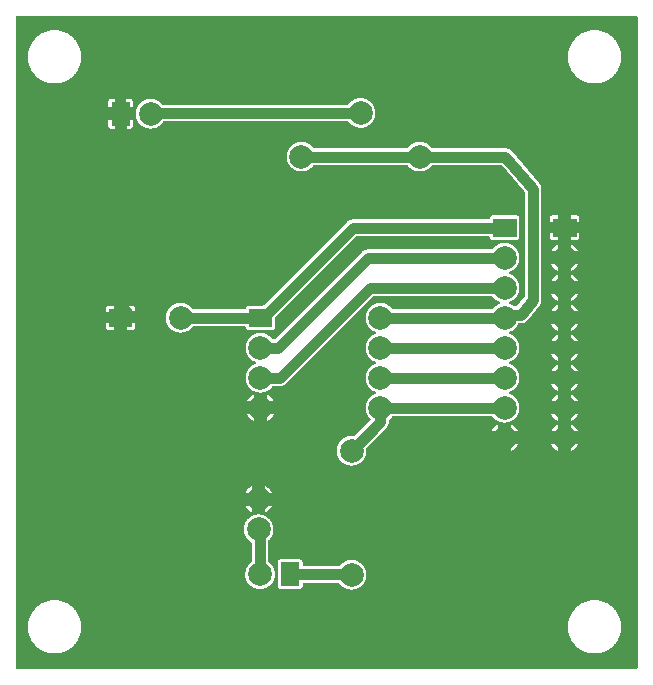
<source format=gbl>
G04 Layer: BottomLayer*
G04 EasyEDA v6.4.7, 2020-12-07T19:31:32+01:00*
G04 02f0051ec37e44d6b2a2dac138836381,6c12292d01d74c0c9c6e030c211cd8ae,10*
G04 Gerber Generator version 0.2*
G04 Scale: 100 percent, Rotated: No, Reflected: No *
G04 Dimensions in millimeters *
G04 leading zeros omitted , absolute positions ,3 integer and 3 decimal *
%FSLAX33Y33*%
%MOMM*%
G90*
D02*

%ADD11C,0.899998*%
%ADD12C,1.999996*%
%ADD14R,1.999996X1.574800*%
%ADD15R,1.599997X1.999996*%
%ADD16R,1.574800X1.999996*%

%LPD*%
G36*
G01X52854Y55496D02*
G01X358Y55496D01*
G01X343Y55495D01*
G01X329Y55492D01*
G01X315Y55487D01*
G01X303Y55480D01*
G01X291Y55471D01*
G01X281Y55461D01*
G01X272Y55449D01*
G01X265Y55437D01*
G01X260Y55423D01*
G01X257Y55409D01*
G01X256Y55394D01*
G01X256Y358D01*
G01X257Y343D01*
G01X260Y329D01*
G01X265Y315D01*
G01X272Y303D01*
G01X281Y291D01*
G01X291Y281D01*
G01X303Y272D01*
G01X315Y265D01*
G01X329Y260D01*
G01X343Y257D01*
G01X358Y256D01*
G01X52854Y256D01*
G01X52869Y257D01*
G01X52883Y260D01*
G01X52897Y265D01*
G01X52909Y272D01*
G01X52921Y281D01*
G01X52931Y291D01*
G01X52940Y303D01*
G01X52947Y315D01*
G01X52952Y329D01*
G01X52955Y343D01*
G01X52956Y358D01*
G01X52956Y55394D01*
G01X52955Y55409D01*
G01X52952Y55423D01*
G01X52947Y55437D01*
G01X52940Y55449D01*
G01X52931Y55461D01*
G01X52921Y55471D01*
G01X52909Y55480D01*
G01X52897Y55487D01*
G01X52883Y55492D01*
G01X52869Y55495D01*
G01X52854Y55496D01*
G37*

%LPC*%
G36*
G01X49344Y54325D02*
G01X49276Y54326D01*
G01X49207Y54325D01*
G01X49139Y54322D01*
G01X49071Y54317D01*
G01X49004Y54310D01*
G01X48936Y54300D01*
G01X48869Y54289D01*
G01X48802Y54276D01*
G01X48735Y54261D01*
G01X48669Y54243D01*
G01X48604Y54224D01*
G01X48539Y54203D01*
G01X48475Y54179D01*
G01X48412Y54154D01*
G01X48349Y54127D01*
G01X48287Y54098D01*
G01X48227Y54067D01*
G01X48167Y54035D01*
G01X48108Y54000D01*
G01X48050Y53964D01*
G01X47994Y53927D01*
G01X47938Y53887D01*
G01X47884Y53846D01*
G01X47831Y53803D01*
G01X47779Y53759D01*
G01X47729Y53712D01*
G01X47680Y53665D01*
G01X47633Y53616D01*
G01X47586Y53566D01*
G01X47542Y53514D01*
G01X47499Y53461D01*
G01X47458Y53407D01*
G01X47418Y53351D01*
G01X47381Y53295D01*
G01X47345Y53237D01*
G01X47310Y53178D01*
G01X47278Y53118D01*
G01X47247Y53058D01*
G01X47218Y52996D01*
G01X47191Y52933D01*
G01X47166Y52870D01*
G01X47142Y52806D01*
G01X47121Y52741D01*
G01X47102Y52676D01*
G01X47084Y52610D01*
G01X47069Y52543D01*
G01X47056Y52476D01*
G01X47045Y52409D01*
G01X47035Y52341D01*
G01X47028Y52274D01*
G01X47023Y52206D01*
G01X47020Y52138D01*
G01X47019Y52070D01*
G01X47020Y52001D01*
G01X47023Y51933D01*
G01X47028Y51865D01*
G01X47035Y51798D01*
G01X47045Y51730D01*
G01X47056Y51663D01*
G01X47069Y51596D01*
G01X47084Y51529D01*
G01X47102Y51463D01*
G01X47121Y51398D01*
G01X47142Y51333D01*
G01X47166Y51269D01*
G01X47191Y51206D01*
G01X47218Y51143D01*
G01X47247Y51081D01*
G01X47278Y51021D01*
G01X47310Y50961D01*
G01X47345Y50902D01*
G01X47381Y50844D01*
G01X47418Y50788D01*
G01X47458Y50732D01*
G01X47499Y50678D01*
G01X47542Y50625D01*
G01X47586Y50573D01*
G01X47633Y50523D01*
G01X47680Y50474D01*
G01X47729Y50427D01*
G01X47779Y50380D01*
G01X47831Y50336D01*
G01X47884Y50293D01*
G01X47938Y50252D01*
G01X47994Y50212D01*
G01X48050Y50175D01*
G01X48108Y50139D01*
G01X48167Y50104D01*
G01X48227Y50072D01*
G01X48287Y50041D01*
G01X48349Y50012D01*
G01X48412Y49985D01*
G01X48475Y49960D01*
G01X48539Y49936D01*
G01X48604Y49915D01*
G01X48669Y49896D01*
G01X48735Y49878D01*
G01X48802Y49863D01*
G01X48869Y49850D01*
G01X48936Y49839D01*
G01X49004Y49829D01*
G01X49071Y49822D01*
G01X49139Y49817D01*
G01X49207Y49814D01*
G01X49276Y49813D01*
G01X49344Y49814D01*
G01X49412Y49817D01*
G01X49480Y49822D01*
G01X49547Y49829D01*
G01X49615Y49839D01*
G01X49682Y49850D01*
G01X49749Y49863D01*
G01X49816Y49878D01*
G01X49882Y49896D01*
G01X49947Y49915D01*
G01X50012Y49936D01*
G01X50076Y49960D01*
G01X50139Y49985D01*
G01X50202Y50012D01*
G01X50264Y50041D01*
G01X50324Y50072D01*
G01X50384Y50104D01*
G01X50443Y50139D01*
G01X50501Y50175D01*
G01X50557Y50212D01*
G01X50613Y50252D01*
G01X50667Y50293D01*
G01X50720Y50336D01*
G01X50772Y50380D01*
G01X50822Y50427D01*
G01X50871Y50474D01*
G01X50918Y50523D01*
G01X50965Y50573D01*
G01X51009Y50625D01*
G01X51052Y50678D01*
G01X51093Y50732D01*
G01X51133Y50788D01*
G01X51170Y50844D01*
G01X51206Y50902D01*
G01X51241Y50961D01*
G01X51273Y51021D01*
G01X51304Y51081D01*
G01X51333Y51143D01*
G01X51360Y51206D01*
G01X51385Y51269D01*
G01X51409Y51333D01*
G01X51430Y51398D01*
G01X51449Y51463D01*
G01X51467Y51529D01*
G01X51482Y51596D01*
G01X51495Y51663D01*
G01X51506Y51730D01*
G01X51516Y51798D01*
G01X51523Y51865D01*
G01X51528Y51933D01*
G01X51531Y52001D01*
G01X51532Y52070D01*
G01X51531Y52138D01*
G01X51528Y52206D01*
G01X51523Y52274D01*
G01X51516Y52341D01*
G01X51506Y52409D01*
G01X51495Y52476D01*
G01X51482Y52543D01*
G01X51467Y52610D01*
G01X51449Y52676D01*
G01X51430Y52741D01*
G01X51409Y52806D01*
G01X51385Y52870D01*
G01X51360Y52933D01*
G01X51333Y52996D01*
G01X51304Y53058D01*
G01X51273Y53118D01*
G01X51241Y53178D01*
G01X51206Y53237D01*
G01X51170Y53295D01*
G01X51133Y53351D01*
G01X51093Y53407D01*
G01X51052Y53461D01*
G01X51009Y53514D01*
G01X50965Y53566D01*
G01X50918Y53616D01*
G01X50871Y53665D01*
G01X50822Y53712D01*
G01X50772Y53759D01*
G01X50720Y53803D01*
G01X50667Y53846D01*
G01X50613Y53887D01*
G01X50557Y53927D01*
G01X50501Y53964D01*
G01X50443Y54000D01*
G01X50384Y54035D01*
G01X50324Y54067D01*
G01X50264Y54098D01*
G01X50202Y54127D01*
G01X50139Y54154D01*
G01X50076Y54179D01*
G01X50012Y54203D01*
G01X49947Y54224D01*
G01X49882Y54243D01*
G01X49816Y54261D01*
G01X49749Y54276D01*
G01X49682Y54289D01*
G01X49615Y54300D01*
G01X49547Y54310D01*
G01X49480Y54317D01*
G01X49412Y54322D01*
G01X49344Y54325D01*
G37*
G36*
G01X49344Y6065D02*
G01X49276Y6066D01*
G01X49207Y6065D01*
G01X49139Y6062D01*
G01X49071Y6057D01*
G01X49004Y6050D01*
G01X48936Y6040D01*
G01X48869Y6029D01*
G01X48802Y6016D01*
G01X48735Y6001D01*
G01X48669Y5983D01*
G01X48604Y5964D01*
G01X48539Y5943D01*
G01X48475Y5919D01*
G01X48412Y5894D01*
G01X48349Y5867D01*
G01X48287Y5838D01*
G01X48227Y5807D01*
G01X48167Y5775D01*
G01X48108Y5740D01*
G01X48050Y5704D01*
G01X47994Y5667D01*
G01X47938Y5627D01*
G01X47884Y5586D01*
G01X47831Y5543D01*
G01X47779Y5499D01*
G01X47729Y5452D01*
G01X47680Y5405D01*
G01X47633Y5356D01*
G01X47586Y5306D01*
G01X47542Y5254D01*
G01X47499Y5201D01*
G01X47458Y5147D01*
G01X47418Y5091D01*
G01X47381Y5035D01*
G01X47345Y4977D01*
G01X47310Y4918D01*
G01X47278Y4858D01*
G01X47247Y4798D01*
G01X47218Y4736D01*
G01X47191Y4673D01*
G01X47166Y4610D01*
G01X47142Y4546D01*
G01X47121Y4481D01*
G01X47102Y4416D01*
G01X47084Y4350D01*
G01X47069Y4283D01*
G01X47056Y4216D01*
G01X47045Y4149D01*
G01X47035Y4081D01*
G01X47028Y4014D01*
G01X47023Y3946D01*
G01X47020Y3878D01*
G01X47019Y3810D01*
G01X47020Y3741D01*
G01X47023Y3673D01*
G01X47028Y3605D01*
G01X47035Y3538D01*
G01X47045Y3470D01*
G01X47056Y3403D01*
G01X47069Y3336D01*
G01X47084Y3269D01*
G01X47102Y3203D01*
G01X47121Y3138D01*
G01X47142Y3073D01*
G01X47166Y3009D01*
G01X47191Y2946D01*
G01X47218Y2883D01*
G01X47247Y2821D01*
G01X47278Y2761D01*
G01X47310Y2701D01*
G01X47345Y2642D01*
G01X47381Y2584D01*
G01X47418Y2528D01*
G01X47458Y2472D01*
G01X47499Y2418D01*
G01X47542Y2365D01*
G01X47586Y2313D01*
G01X47633Y2263D01*
G01X47680Y2214D01*
G01X47729Y2167D01*
G01X47779Y2120D01*
G01X47831Y2076D01*
G01X47884Y2033D01*
G01X47938Y1992D01*
G01X47994Y1952D01*
G01X48050Y1915D01*
G01X48108Y1879D01*
G01X48167Y1844D01*
G01X48227Y1812D01*
G01X48287Y1781D01*
G01X48349Y1752D01*
G01X48412Y1725D01*
G01X48475Y1700D01*
G01X48539Y1676D01*
G01X48604Y1655D01*
G01X48669Y1636D01*
G01X48735Y1618D01*
G01X48802Y1603D01*
G01X48869Y1590D01*
G01X48936Y1579D01*
G01X49004Y1569D01*
G01X49071Y1562D01*
G01X49139Y1557D01*
G01X49207Y1554D01*
G01X49276Y1553D01*
G01X49344Y1554D01*
G01X49412Y1557D01*
G01X49480Y1562D01*
G01X49547Y1569D01*
G01X49615Y1579D01*
G01X49682Y1590D01*
G01X49749Y1603D01*
G01X49816Y1618D01*
G01X49882Y1636D01*
G01X49947Y1655D01*
G01X50012Y1676D01*
G01X50076Y1700D01*
G01X50139Y1725D01*
G01X50202Y1752D01*
G01X50264Y1781D01*
G01X50324Y1812D01*
G01X50384Y1844D01*
G01X50443Y1879D01*
G01X50501Y1915D01*
G01X50557Y1952D01*
G01X50613Y1992D01*
G01X50667Y2033D01*
G01X50720Y2076D01*
G01X50772Y2120D01*
G01X50822Y2167D01*
G01X50871Y2214D01*
G01X50918Y2263D01*
G01X50965Y2313D01*
G01X51009Y2365D01*
G01X51052Y2418D01*
G01X51093Y2472D01*
G01X51133Y2528D01*
G01X51170Y2584D01*
G01X51206Y2642D01*
G01X51241Y2701D01*
G01X51273Y2761D01*
G01X51304Y2821D01*
G01X51333Y2883D01*
G01X51360Y2946D01*
G01X51385Y3009D01*
G01X51409Y3073D01*
G01X51430Y3138D01*
G01X51449Y3203D01*
G01X51467Y3269D01*
G01X51482Y3336D01*
G01X51495Y3403D01*
G01X51506Y3470D01*
G01X51516Y3538D01*
G01X51523Y3605D01*
G01X51528Y3673D01*
G01X51531Y3741D01*
G01X51532Y3810D01*
G01X51531Y3878D01*
G01X51528Y3946D01*
G01X51523Y4014D01*
G01X51516Y4081D01*
G01X51506Y4149D01*
G01X51495Y4216D01*
G01X51482Y4283D01*
G01X51467Y4350D01*
G01X51449Y4416D01*
G01X51430Y4481D01*
G01X51409Y4546D01*
G01X51385Y4610D01*
G01X51360Y4673D01*
G01X51333Y4736D01*
G01X51304Y4798D01*
G01X51273Y4858D01*
G01X51241Y4918D01*
G01X51206Y4977D01*
G01X51170Y5035D01*
G01X51133Y5091D01*
G01X51093Y5147D01*
G01X51052Y5201D01*
G01X51009Y5254D01*
G01X50965Y5306D01*
G01X50918Y5356D01*
G01X50871Y5405D01*
G01X50822Y5452D01*
G01X50772Y5499D01*
G01X50720Y5543D01*
G01X50667Y5586D01*
G01X50613Y5627D01*
G01X50557Y5667D01*
G01X50501Y5704D01*
G01X50443Y5740D01*
G01X50384Y5775D01*
G01X50324Y5807D01*
G01X50264Y5838D01*
G01X50202Y5867D01*
G01X50139Y5894D01*
G01X50076Y5919D01*
G01X50012Y5943D01*
G01X49947Y5964D01*
G01X49882Y5983D01*
G01X49816Y6001D01*
G01X49749Y6016D01*
G01X49682Y6029D01*
G01X49615Y6040D01*
G01X49547Y6050D01*
G01X49480Y6057D01*
G01X49412Y6062D01*
G01X49344Y6065D01*
G37*
G36*
G01X24295Y9511D02*
G01X22694Y9511D01*
G01X22671Y9510D01*
G01X22647Y9507D01*
G01X22624Y9501D01*
G01X22602Y9494D01*
G01X22580Y9484D01*
G01X22559Y9473D01*
G01X22540Y9459D01*
G01X22522Y9444D01*
G01X22505Y9427D01*
G01X22490Y9409D01*
G01X22476Y9389D01*
G01X22465Y9369D01*
G01X22455Y9347D01*
G01X22448Y9325D01*
G01X22442Y9301D01*
G01X22439Y9278D01*
G01X22438Y9254D01*
G01X22438Y7254D01*
G01X22439Y7231D01*
G01X22442Y7208D01*
G01X22448Y7184D01*
G01X22455Y7162D01*
G01X22465Y7140D01*
G01X22476Y7120D01*
G01X22490Y7100D01*
G01X22505Y7082D01*
G01X22522Y7065D01*
G01X22540Y7050D01*
G01X22559Y7036D01*
G01X22580Y7025D01*
G01X22602Y7015D01*
G01X22624Y7008D01*
G01X22647Y7002D01*
G01X22671Y6999D01*
G01X22694Y6998D01*
G01X24295Y6998D01*
G01X24318Y6999D01*
G01X24342Y7002D01*
G01X24365Y7008D01*
G01X24387Y7015D01*
G01X24409Y7025D01*
G01X24430Y7036D01*
G01X24449Y7050D01*
G01X24467Y7065D01*
G01X24484Y7082D01*
G01X24499Y7100D01*
G01X24513Y7120D01*
G01X24524Y7140D01*
G01X24534Y7162D01*
G01X24541Y7184D01*
G01X24547Y7208D01*
G01X24550Y7231D01*
G01X24551Y7254D01*
G01X24551Y7446D01*
G01X24552Y7461D01*
G01X24555Y7475D01*
G01X24560Y7488D01*
G01X24567Y7501D01*
G01X24576Y7513D01*
G01X24586Y7523D01*
G01X24598Y7532D01*
G01X24611Y7539D01*
G01X24624Y7544D01*
G01X24638Y7547D01*
G01X24653Y7548D01*
G01X27579Y7548D01*
G01X27596Y7547D01*
G01X27612Y7543D01*
G01X27627Y7536D01*
G01X27641Y7528D01*
G01X27653Y7516D01*
G01X27663Y7504D01*
G01X27693Y7462D01*
G01X27724Y7422D01*
G01X27757Y7383D01*
G01X27791Y7345D01*
G01X27827Y7309D01*
G01X27864Y7275D01*
G01X27903Y7242D01*
G01X27943Y7210D01*
G01X27984Y7180D01*
G01X28026Y7152D01*
G01X28070Y7125D01*
G01X28114Y7100D01*
G01X28160Y7077D01*
G01X28206Y7057D01*
G01X28253Y7037D01*
G01X28301Y7021D01*
G01X28350Y7005D01*
G01X28399Y6992D01*
G01X28449Y6980D01*
G01X28499Y6971D01*
G01X28549Y6964D01*
G01X28600Y6959D01*
G01X28651Y6956D01*
G01X28702Y6955D01*
G01X28752Y6956D01*
G01X28803Y6959D01*
G01X28853Y6964D01*
G01X28903Y6971D01*
G01X28953Y6980D01*
G01X29002Y6992D01*
G01X29051Y7005D01*
G01X29099Y7020D01*
G01X29147Y7037D01*
G01X29194Y7056D01*
G01X29240Y7076D01*
G01X29285Y7099D01*
G01X29330Y7123D01*
G01X29373Y7150D01*
G01X29415Y7178D01*
G01X29456Y7207D01*
G01X29496Y7238D01*
G01X29535Y7271D01*
G01X29572Y7305D01*
G01X29608Y7341D01*
G01X29642Y7378D01*
G01X29675Y7417D01*
G01X29706Y7456D01*
G01X29736Y7498D01*
G01X29764Y7540D01*
G01X29790Y7583D01*
G01X29814Y7628D01*
G01X29837Y7673D01*
G01X29858Y7719D01*
G01X29877Y7766D01*
G01X29909Y7862D01*
G01X29922Y7911D01*
G01X29933Y7960D01*
G01X29942Y8010D01*
G01X29949Y8060D01*
G01X29954Y8110D01*
G01X29957Y8161D01*
G01X29958Y8211D01*
G01X29957Y8262D01*
G01X29954Y8312D01*
G01X29949Y8363D01*
G01X29942Y8413D01*
G01X29933Y8463D01*
G01X29922Y8512D01*
G01X29909Y8561D01*
G01X29893Y8610D01*
G01X29877Y8657D01*
G01X29858Y8704D01*
G01X29837Y8750D01*
G01X29814Y8796D01*
G01X29790Y8840D01*
G01X29764Y8883D01*
G01X29736Y8925D01*
G01X29706Y8966D01*
G01X29675Y9006D01*
G01X29642Y9045D01*
G01X29608Y9082D01*
G01X29572Y9118D01*
G01X29535Y9152D01*
G01X29496Y9185D01*
G01X29456Y9216D01*
G01X29415Y9246D01*
G01X29373Y9274D01*
G01X29330Y9299D01*
G01X29285Y9324D01*
G01X29240Y9347D01*
G01X29194Y9368D01*
G01X29147Y9386D01*
G01X29099Y9404D01*
G01X29051Y9418D01*
G01X29002Y9432D01*
G01X28953Y9443D01*
G01X28903Y9452D01*
G01X28853Y9459D01*
G01X28803Y9464D01*
G01X28752Y9467D01*
G01X28702Y9468D01*
G01X28651Y9467D01*
G01X28599Y9464D01*
G01X28549Y9459D01*
G01X28498Y9451D01*
G01X28448Y9442D01*
G01X28398Y9431D01*
G01X28349Y9418D01*
G01X28300Y9402D01*
G01X28252Y9385D01*
G01X28205Y9366D01*
G01X28158Y9345D01*
G01X28113Y9322D01*
G01X28069Y9297D01*
G01X28025Y9271D01*
G01X27983Y9242D01*
G01X27941Y9212D01*
G01X27901Y9180D01*
G01X27863Y9147D01*
G01X27825Y9112D01*
G01X27790Y9076D01*
G01X27755Y9038D01*
G01X27722Y8999D01*
G01X27712Y8988D01*
G01X27700Y8978D01*
G01X27687Y8971D01*
G01X27673Y8966D01*
G01X27658Y8962D01*
G01X27643Y8961D01*
G01X24653Y8961D01*
G01X24638Y8962D01*
G01X24624Y8965D01*
G01X24611Y8970D01*
G01X24598Y8977D01*
G01X24586Y8986D01*
G01X24576Y8996D01*
G01X24567Y9008D01*
G01X24560Y9021D01*
G01X24555Y9034D01*
G01X24552Y9048D01*
G01X24551Y9063D01*
G01X24551Y9254D01*
G01X24550Y9278D01*
G01X24547Y9301D01*
G01X24541Y9325D01*
G01X24534Y9347D01*
G01X24524Y9369D01*
G01X24513Y9389D01*
G01X24499Y9409D01*
G01X24484Y9427D01*
G01X24467Y9444D01*
G01X24449Y9459D01*
G01X24430Y9473D01*
G01X24409Y9484D01*
G01X24387Y9494D01*
G01X24365Y9501D01*
G01X24342Y9507D01*
G01X24318Y9510D01*
G01X24295Y9511D01*
G37*
G36*
G01X20882Y13320D02*
G01X20828Y13321D01*
G01X20773Y13320D01*
G01X20719Y13316D01*
G01X20664Y13311D01*
G01X20611Y13302D01*
G01X20557Y13292D01*
G01X20504Y13279D01*
G01X20452Y13263D01*
G01X20400Y13246D01*
G01X20382Y13240D01*
G01X20335Y13221D01*
G01X20289Y13200D01*
G01X20244Y13177D01*
G01X20200Y13153D01*
G01X20156Y13127D01*
G01X20114Y13099D01*
G01X20073Y13069D01*
G01X20033Y13038D01*
G01X19994Y13005D01*
G01X19957Y12971D01*
G01X19921Y12935D01*
G01X19887Y12898D01*
G01X19854Y12860D01*
G01X19823Y12819D01*
G01X19794Y12778D01*
G01X19766Y12736D01*
G01X19739Y12693D01*
G01X19715Y12649D01*
G01X19692Y12603D01*
G01X19672Y12557D01*
G01X19652Y12510D01*
G01X19620Y12414D01*
G01X19607Y12365D01*
G01X19597Y12316D01*
G01X19587Y12266D01*
G01X19580Y12216D01*
G01X19575Y12166D01*
G01X19572Y12115D01*
G01X19571Y12065D01*
G01X19572Y12012D01*
G01X19575Y11959D01*
G01X19581Y11908D01*
G01X19588Y11855D01*
G01X19598Y11804D01*
G01X19610Y11753D01*
G01X19625Y11702D01*
G01X19641Y11652D01*
G01X19659Y11603D01*
G01X19679Y11554D01*
G01X19702Y11507D01*
G01X19726Y11460D01*
G01X19752Y11415D01*
G01X19780Y11370D01*
G01X19810Y11327D01*
G01X19842Y11285D01*
G01X19876Y11245D01*
G01X19911Y11205D01*
G01X19947Y11168D01*
G01X19985Y11132D01*
G01X20025Y11097D01*
G01X20066Y11065D01*
G01X20109Y11034D01*
G01X20152Y11005D01*
G01X20197Y10977D01*
G01X20210Y10969D01*
G01X20221Y10959D01*
G01X20231Y10947D01*
G01X20238Y10934D01*
G01X20243Y10919D01*
G01X20247Y10905D01*
G01X20248Y10889D01*
G01X20248Y9346D01*
G01X20247Y9330D01*
G01X20243Y9315D01*
G01X20237Y9300D01*
G01X20229Y9287D01*
G01X20219Y9275D01*
G01X20207Y9264D01*
G01X20167Y9233D01*
G01X20127Y9200D01*
G01X20090Y9166D01*
G01X20053Y9130D01*
G01X20019Y9093D01*
G01X19985Y9054D01*
G01X19954Y9014D01*
G01X19924Y8973D01*
G01X19895Y8931D01*
G01X19869Y8887D01*
G01X19844Y8843D01*
G01X19821Y8797D01*
G01X19800Y8751D01*
G01X19781Y8704D01*
G01X19764Y8655D01*
G01X19749Y8607D01*
G01X19735Y8557D01*
G01X19724Y8508D01*
G01X19714Y8458D01*
G01X19707Y8407D01*
G01X19702Y8357D01*
G01X19699Y8305D01*
G01X19698Y8255D01*
G01X19699Y8204D01*
G01X19702Y8153D01*
G01X19707Y8103D01*
G01X19714Y8053D01*
G01X19723Y8003D01*
G01X19734Y7954D01*
G01X19747Y7905D01*
G01X19779Y7809D01*
G01X19798Y7762D01*
G01X19819Y7716D01*
G01X19842Y7671D01*
G01X19866Y7626D01*
G01X19892Y7583D01*
G01X19920Y7541D01*
G01X19950Y7500D01*
G01X19981Y7460D01*
G01X20014Y7421D01*
G01X20048Y7384D01*
G01X20084Y7348D01*
G01X20121Y7314D01*
G01X20160Y7281D01*
G01X20200Y7250D01*
G01X20241Y7220D01*
G01X20283Y7192D01*
G01X20326Y7166D01*
G01X20371Y7142D01*
G01X20416Y7119D01*
G01X20462Y7098D01*
G01X20509Y7079D01*
G01X20605Y7047D01*
G01X20654Y7034D01*
G01X20703Y7023D01*
G01X20753Y7014D01*
G01X20803Y7007D01*
G01X20853Y7002D01*
G01X20904Y6999D01*
G01X20955Y6998D01*
G01X21005Y6999D01*
G01X21056Y7002D01*
G01X21106Y7007D01*
G01X21156Y7014D01*
G01X21206Y7023D01*
G01X21255Y7034D01*
G01X21304Y7047D01*
G01X21400Y7079D01*
G01X21447Y7098D01*
G01X21493Y7119D01*
G01X21538Y7142D01*
G01X21583Y7166D01*
G01X21626Y7192D01*
G01X21668Y7220D01*
G01X21709Y7250D01*
G01X21749Y7281D01*
G01X21788Y7314D01*
G01X21825Y7348D01*
G01X21861Y7384D01*
G01X21895Y7421D01*
G01X21928Y7460D01*
G01X21959Y7500D01*
G01X21989Y7541D01*
G01X22017Y7583D01*
G01X22043Y7626D01*
G01X22067Y7671D01*
G01X22090Y7716D01*
G01X22111Y7762D01*
G01X22130Y7809D01*
G01X22162Y7905D01*
G01X22175Y7954D01*
G01X22186Y8003D01*
G01X22195Y8053D01*
G01X22202Y8103D01*
G01X22207Y8153D01*
G01X22210Y8204D01*
G01X22211Y8255D01*
G01X22210Y8305D01*
G01X22207Y8357D01*
G01X22202Y8407D01*
G01X22195Y8458D01*
G01X22185Y8508D01*
G01X22174Y8557D01*
G01X22160Y8607D01*
G01X22145Y8655D01*
G01X22128Y8704D01*
G01X22109Y8751D01*
G01X22088Y8797D01*
G01X22065Y8843D01*
G01X22040Y8887D01*
G01X22014Y8931D01*
G01X21985Y8973D01*
G01X21955Y9014D01*
G01X21924Y9054D01*
G01X21890Y9093D01*
G01X21856Y9130D01*
G01X21819Y9166D01*
G01X21782Y9200D01*
G01X21742Y9233D01*
G01X21702Y9264D01*
G01X21690Y9275D01*
G01X21680Y9287D01*
G01X21672Y9300D01*
G01X21666Y9315D01*
G01X21662Y9330D01*
G01X21661Y9346D01*
G01X21661Y11079D01*
G01X21662Y11096D01*
G01X21666Y11112D01*
G01X21673Y11127D01*
G01X21681Y11141D01*
G01X21729Y11189D01*
G01X21764Y11226D01*
G01X21797Y11265D01*
G01X21829Y11305D01*
G01X21859Y11346D01*
G01X21887Y11389D01*
G01X21913Y11432D01*
G01X21938Y11477D01*
G01X21961Y11522D01*
G01X21982Y11569D01*
G01X22001Y11616D01*
G01X22018Y11664D01*
G01X22033Y11712D01*
G01X22047Y11762D01*
G01X22058Y11812D01*
G01X22068Y11861D01*
G01X22075Y11912D01*
G01X22080Y11963D01*
G01X22083Y12014D01*
G01X22084Y12065D01*
G01X22083Y12115D01*
G01X22080Y12166D01*
G01X22075Y12216D01*
G01X22068Y12266D01*
G01X22058Y12316D01*
G01X22048Y12365D01*
G01X22035Y12414D01*
G01X22003Y12510D01*
G01X21983Y12557D01*
G01X21963Y12603D01*
G01X21940Y12649D01*
G01X21916Y12693D01*
G01X21889Y12736D01*
G01X21861Y12778D01*
G01X21832Y12819D01*
G01X21801Y12860D01*
G01X21768Y12898D01*
G01X21734Y12935D01*
G01X21698Y12971D01*
G01X21661Y13005D01*
G01X21622Y13038D01*
G01X21582Y13069D01*
G01X21541Y13099D01*
G01X21499Y13127D01*
G01X21455Y13153D01*
G01X21411Y13177D01*
G01X21366Y13200D01*
G01X21320Y13221D01*
G01X21273Y13240D01*
G01X21255Y13246D01*
G01X21203Y13263D01*
G01X21151Y13279D01*
G01X21098Y13292D01*
G01X21044Y13302D01*
G01X20991Y13311D01*
G01X20936Y13316D01*
G01X20882Y13320D01*
G37*
G36*
G01X3624Y54325D02*
G01X3556Y54326D01*
G01X3487Y54325D01*
G01X3419Y54322D01*
G01X3351Y54317D01*
G01X3284Y54310D01*
G01X3216Y54300D01*
G01X3149Y54289D01*
G01X3082Y54276D01*
G01X3015Y54261D01*
G01X2949Y54243D01*
G01X2884Y54224D01*
G01X2819Y54203D01*
G01X2755Y54179D01*
G01X2692Y54154D01*
G01X2629Y54127D01*
G01X2567Y54098D01*
G01X2507Y54067D01*
G01X2447Y54035D01*
G01X2388Y54000D01*
G01X2330Y53964D01*
G01X2274Y53927D01*
G01X2218Y53887D01*
G01X2164Y53846D01*
G01X2111Y53803D01*
G01X2059Y53759D01*
G01X2009Y53712D01*
G01X1960Y53665D01*
G01X1913Y53616D01*
G01X1866Y53566D01*
G01X1822Y53514D01*
G01X1779Y53461D01*
G01X1738Y53407D01*
G01X1698Y53351D01*
G01X1661Y53295D01*
G01X1625Y53237D01*
G01X1590Y53178D01*
G01X1558Y53118D01*
G01X1527Y53058D01*
G01X1498Y52996D01*
G01X1471Y52933D01*
G01X1446Y52870D01*
G01X1422Y52806D01*
G01X1401Y52741D01*
G01X1382Y52676D01*
G01X1364Y52610D01*
G01X1349Y52543D01*
G01X1336Y52476D01*
G01X1325Y52409D01*
G01X1315Y52341D01*
G01X1308Y52274D01*
G01X1303Y52206D01*
G01X1300Y52138D01*
G01X1299Y52070D01*
G01X1300Y52001D01*
G01X1303Y51933D01*
G01X1308Y51865D01*
G01X1315Y51798D01*
G01X1325Y51730D01*
G01X1336Y51663D01*
G01X1349Y51596D01*
G01X1364Y51529D01*
G01X1382Y51463D01*
G01X1401Y51398D01*
G01X1422Y51333D01*
G01X1446Y51269D01*
G01X1471Y51206D01*
G01X1498Y51143D01*
G01X1527Y51081D01*
G01X1558Y51021D01*
G01X1590Y50961D01*
G01X1625Y50902D01*
G01X1661Y50844D01*
G01X1698Y50788D01*
G01X1738Y50732D01*
G01X1779Y50678D01*
G01X1822Y50625D01*
G01X1866Y50573D01*
G01X1913Y50523D01*
G01X1960Y50474D01*
G01X2009Y50427D01*
G01X2059Y50380D01*
G01X2111Y50336D01*
G01X2164Y50293D01*
G01X2218Y50252D01*
G01X2274Y50212D01*
G01X2330Y50175D01*
G01X2388Y50139D01*
G01X2447Y50104D01*
G01X2507Y50072D01*
G01X2567Y50041D01*
G01X2629Y50012D01*
G01X2692Y49985D01*
G01X2755Y49960D01*
G01X2819Y49936D01*
G01X2884Y49915D01*
G01X2949Y49896D01*
G01X3015Y49878D01*
G01X3082Y49863D01*
G01X3149Y49850D01*
G01X3216Y49839D01*
G01X3284Y49829D01*
G01X3351Y49822D01*
G01X3419Y49817D01*
G01X3487Y49814D01*
G01X3556Y49813D01*
G01X3624Y49814D01*
G01X3692Y49817D01*
G01X3760Y49822D01*
G01X3827Y49829D01*
G01X3895Y49839D01*
G01X3962Y49850D01*
G01X4029Y49863D01*
G01X4096Y49878D01*
G01X4162Y49896D01*
G01X4227Y49915D01*
G01X4292Y49936D01*
G01X4356Y49960D01*
G01X4419Y49985D01*
G01X4482Y50012D01*
G01X4544Y50041D01*
G01X4604Y50072D01*
G01X4664Y50104D01*
G01X4723Y50139D01*
G01X4781Y50175D01*
G01X4837Y50212D01*
G01X4893Y50252D01*
G01X4947Y50293D01*
G01X5000Y50336D01*
G01X5052Y50380D01*
G01X5102Y50427D01*
G01X5151Y50474D01*
G01X5198Y50523D01*
G01X5245Y50573D01*
G01X5289Y50625D01*
G01X5332Y50678D01*
G01X5373Y50732D01*
G01X5413Y50788D01*
G01X5450Y50844D01*
G01X5486Y50902D01*
G01X5521Y50961D01*
G01X5553Y51021D01*
G01X5584Y51081D01*
G01X5613Y51143D01*
G01X5640Y51206D01*
G01X5665Y51269D01*
G01X5689Y51333D01*
G01X5710Y51398D01*
G01X5729Y51463D01*
G01X5747Y51529D01*
G01X5762Y51596D01*
G01X5775Y51663D01*
G01X5786Y51730D01*
G01X5796Y51798D01*
G01X5803Y51865D01*
G01X5808Y51933D01*
G01X5811Y52001D01*
G01X5812Y52070D01*
G01X5811Y52138D01*
G01X5808Y52206D01*
G01X5803Y52274D01*
G01X5796Y52341D01*
G01X5786Y52409D01*
G01X5775Y52476D01*
G01X5762Y52543D01*
G01X5747Y52610D01*
G01X5729Y52676D01*
G01X5710Y52741D01*
G01X5689Y52806D01*
G01X5665Y52870D01*
G01X5640Y52933D01*
G01X5613Y52996D01*
G01X5584Y53058D01*
G01X5553Y53118D01*
G01X5521Y53178D01*
G01X5486Y53237D01*
G01X5450Y53295D01*
G01X5413Y53351D01*
G01X5373Y53407D01*
G01X5332Y53461D01*
G01X5289Y53514D01*
G01X5245Y53566D01*
G01X5198Y53616D01*
G01X5151Y53665D01*
G01X5102Y53712D01*
G01X5052Y53759D01*
G01X5000Y53803D01*
G01X4947Y53846D01*
G01X4893Y53887D01*
G01X4837Y53927D01*
G01X4781Y53964D01*
G01X4723Y54000D01*
G01X4664Y54035D01*
G01X4604Y54067D01*
G01X4544Y54098D01*
G01X4482Y54127D01*
G01X4419Y54154D01*
G01X4356Y54179D01*
G01X4292Y54203D01*
G01X4227Y54224D01*
G01X4162Y54243D01*
G01X4096Y54261D01*
G01X4029Y54276D01*
G01X3962Y54289D01*
G01X3895Y54300D01*
G01X3827Y54310D01*
G01X3760Y54317D01*
G01X3692Y54322D01*
G01X3624Y54325D01*
G37*
G36*
G01X8686Y48500D02*
G01X8356Y48500D01*
G01X8332Y48499D01*
G01X8309Y48496D01*
G01X8286Y48490D01*
G01X8264Y48483D01*
G01X8242Y48473D01*
G01X8221Y48462D01*
G01X8202Y48448D01*
G01X8183Y48433D01*
G01X8167Y48416D01*
G01X8151Y48398D01*
G01X8138Y48378D01*
G01X8126Y48358D01*
G01X8117Y48336D01*
G01X8109Y48314D01*
G01X8104Y48290D01*
G01X8101Y48267D01*
G01X8100Y48243D01*
G01X8100Y47807D01*
G01X8686Y47807D01*
G01X8686Y48500D01*
G37*
G36*
G01X21951Y14041D02*
G01X21391Y14041D01*
G01X21391Y13481D01*
G01X21439Y13507D01*
G01X21485Y13534D01*
G01X21530Y13563D01*
G01X21574Y13594D01*
G01X21616Y13627D01*
G01X21657Y13661D01*
G01X21697Y13697D01*
G01X21735Y13735D01*
G01X21771Y13775D01*
G01X21805Y13816D01*
G01X21838Y13858D01*
G01X21869Y13902D01*
G01X21898Y13947D01*
G01X21925Y13993D01*
G01X21951Y14041D01*
G37*
G36*
G01X20264Y14041D02*
G01X19704Y14041D01*
G01X19730Y13993D01*
G01X19757Y13947D01*
G01X19786Y13902D01*
G01X19817Y13858D01*
G01X19850Y13816D01*
G01X19884Y13775D01*
G01X19920Y13735D01*
G01X19958Y13697D01*
G01X19998Y13661D01*
G01X20039Y13627D01*
G01X20081Y13594D01*
G01X20125Y13563D01*
G01X20170Y13534D01*
G01X20216Y13507D01*
G01X20264Y13481D01*
G01X20264Y14041D01*
G37*
G36*
G01X21439Y15702D02*
G01X21391Y15728D01*
G01X21391Y15168D01*
G01X21951Y15168D01*
G01X21925Y15216D01*
G01X21898Y15262D01*
G01X21869Y15307D01*
G01X21838Y15351D01*
G01X21805Y15393D01*
G01X21771Y15434D01*
G01X21735Y15474D01*
G01X21697Y15512D01*
G01X21657Y15548D01*
G01X21616Y15582D01*
G01X21574Y15615D01*
G01X21530Y15646D01*
G01X21485Y15675D01*
G01X21439Y15702D01*
G37*
G36*
G01X20264Y15168D02*
G01X20264Y15728D01*
G01X20216Y15702D01*
G01X20170Y15675D01*
G01X20125Y15646D01*
G01X20081Y15615D01*
G01X20039Y15582D01*
G01X19998Y15548D01*
G01X19958Y15512D01*
G01X19920Y15474D01*
G01X19884Y15434D01*
G01X19850Y15393D01*
G01X19817Y15351D01*
G01X19786Y15307D01*
G01X19757Y15262D01*
G01X19730Y15216D01*
G01X19704Y15168D01*
G01X20264Y15168D01*
G37*
G36*
G01X24515Y44871D02*
G01X24464Y44872D01*
G01X24413Y44871D01*
G01X24362Y44868D01*
G01X24312Y44863D01*
G01X24262Y44856D01*
G01X24212Y44847D01*
G01X24163Y44836D01*
G01X24065Y44808D01*
G01X23971Y44772D01*
G01X23925Y44751D01*
G01X23880Y44728D01*
G01X23835Y44704D01*
G01X23792Y44678D01*
G01X23750Y44650D01*
G01X23709Y44620D01*
G01X23669Y44589D01*
G01X23630Y44556D01*
G01X23593Y44522D01*
G01X23557Y44486D01*
G01X23523Y44449D01*
G01X23490Y44410D01*
G01X23459Y44370D01*
G01X23429Y44330D01*
G01X23375Y44244D01*
G01X23351Y44200D01*
G01X23328Y44154D01*
G01X23308Y44108D01*
G01X23289Y44061D01*
G01X23271Y44014D01*
G01X23257Y43965D01*
G01X23244Y43916D01*
G01X23232Y43867D01*
G01X23223Y43817D01*
G01X23216Y43767D01*
G01X23211Y43717D01*
G01X23208Y43666D01*
G01X23207Y43615D01*
G01X23208Y43565D01*
G01X23211Y43514D01*
G01X23216Y43464D01*
G01X23223Y43414D01*
G01X23232Y43364D01*
G01X23244Y43315D01*
G01X23257Y43266D01*
G01X23271Y43218D01*
G01X23289Y43170D01*
G01X23308Y43123D01*
G01X23328Y43077D01*
G01X23351Y43032D01*
G01X23375Y42987D01*
G01X23402Y42944D01*
G01X23429Y42902D01*
G01X23459Y42861D01*
G01X23490Y42821D01*
G01X23523Y42782D01*
G01X23557Y42745D01*
G01X23593Y42710D01*
G01X23630Y42675D01*
G01X23669Y42643D01*
G01X23709Y42611D01*
G01X23750Y42582D01*
G01X23792Y42554D01*
G01X23835Y42527D01*
G01X23880Y42503D01*
G01X23925Y42480D01*
G01X23971Y42460D01*
G01X24018Y42441D01*
G01X24065Y42424D01*
G01X24114Y42409D01*
G01X24163Y42396D01*
G01X24212Y42384D01*
G01X24262Y42375D01*
G01X24312Y42368D01*
G01X24362Y42363D01*
G01X24413Y42360D01*
G01X24464Y42359D01*
G01X24515Y42360D01*
G01X24565Y42363D01*
G01X24616Y42368D01*
G01X24667Y42376D01*
G01X24717Y42385D01*
G01X24767Y42396D01*
G01X24816Y42409D01*
G01X24865Y42425D01*
G01X24913Y42442D01*
G01X24960Y42461D01*
G01X25052Y42505D01*
G01X25097Y42530D01*
G01X25140Y42557D01*
G01X25183Y42585D01*
G01X25224Y42615D01*
G01X25264Y42647D01*
G01X25302Y42680D01*
G01X25340Y42715D01*
G01X25376Y42751D01*
G01X25410Y42789D01*
G01X25443Y42828D01*
G01X25474Y42869D01*
G01X25484Y42881D01*
G01X25497Y42891D01*
G01X25510Y42899D01*
G01X25524Y42905D01*
G01X25540Y42909D01*
G01X25555Y42910D01*
G01X33372Y42910D01*
G01X33387Y42909D01*
G01X33403Y42905D01*
G01X33417Y42899D01*
G01X33430Y42891D01*
G01X33443Y42881D01*
G01X33453Y42869D01*
G01X33484Y42828D01*
G01X33517Y42789D01*
G01X33551Y42751D01*
G01X33587Y42715D01*
G01X33625Y42680D01*
G01X33663Y42647D01*
G01X33703Y42615D01*
G01X33744Y42585D01*
G01X33787Y42557D01*
G01X33830Y42530D01*
G01X33875Y42505D01*
G01X33967Y42461D01*
G01X34014Y42442D01*
G01X34062Y42425D01*
G01X34111Y42409D01*
G01X34160Y42396D01*
G01X34210Y42385D01*
G01X34260Y42376D01*
G01X34311Y42368D01*
G01X34362Y42363D01*
G01X34412Y42360D01*
G01X34464Y42359D01*
G01X34515Y42360D01*
G01X34565Y42363D01*
G01X34616Y42368D01*
G01X34666Y42376D01*
G01X34717Y42385D01*
G01X34767Y42396D01*
G01X34816Y42409D01*
G01X34865Y42425D01*
G01X34912Y42442D01*
G01X34960Y42461D01*
G01X35006Y42482D01*
G01X35052Y42505D01*
G01X35096Y42530D01*
G01X35140Y42557D01*
G01X35182Y42585D01*
G01X35223Y42615D01*
G01X35263Y42647D01*
G01X35302Y42680D01*
G01X35339Y42715D01*
G01X35375Y42751D01*
G01X35410Y42788D01*
G01X35442Y42827D01*
G01X35473Y42868D01*
G01X35484Y42880D01*
G01X35496Y42890D01*
G01X35509Y42898D01*
G01X35524Y42904D01*
G01X35539Y42908D01*
G01X35555Y42909D01*
G01X41356Y42909D01*
G01X41371Y42908D01*
G01X41385Y42905D01*
G01X41399Y42900D01*
G01X41412Y42893D01*
G01X41423Y42884D01*
G01X41434Y42874D01*
G01X43337Y40660D01*
G01X43346Y40649D01*
G01X43353Y40636D01*
G01X43358Y40622D01*
G01X43361Y40608D01*
G01X43362Y40594D01*
G01X43362Y31779D01*
G01X43360Y31762D01*
G01X43356Y31745D01*
G01X43349Y31730D01*
G01X43340Y31715D01*
G01X42744Y30970D01*
G01X42733Y30959D01*
G01X42721Y30949D01*
G01X42708Y30942D01*
G01X42694Y30937D01*
G01X42679Y30933D01*
G01X42664Y30932D01*
G01X42502Y30932D01*
G01X42485Y30934D01*
G01X42468Y30938D01*
G01X42453Y30945D01*
G01X42439Y30954D01*
G01X42394Y30988D01*
G01X42348Y31020D01*
G01X42301Y31049D01*
G01X42253Y31077D01*
G01X42203Y31102D01*
G01X42152Y31126D01*
G01X42101Y31147D01*
G01X42087Y31153D01*
G01X42074Y31162D01*
G01X42063Y31172D01*
G01X42053Y31184D01*
G01X42046Y31197D01*
G01X42040Y31211D01*
G01X42037Y31226D01*
G01X42035Y31242D01*
G01X42037Y31257D01*
G01X42040Y31272D01*
G01X42046Y31286D01*
G01X42053Y31299D01*
G01X42063Y31311D01*
G01X42074Y31321D01*
G01X42087Y31330D01*
G01X42101Y31336D01*
G01X42148Y31355D01*
G01X42194Y31376D01*
G01X42239Y31399D01*
G01X42283Y31423D01*
G01X42327Y31449D01*
G01X42369Y31477D01*
G01X42410Y31507D01*
G01X42450Y31538D01*
G01X42489Y31571D01*
G01X42526Y31605D01*
G01X42562Y31641D01*
G01X42596Y31678D01*
G01X42629Y31716D01*
G01X42660Y31757D01*
G01X42689Y31798D01*
G01X42717Y31840D01*
G01X42744Y31883D01*
G01X42768Y31927D01*
G01X42791Y31973D01*
G01X42811Y32019D01*
G01X42831Y32066D01*
G01X42863Y32162D01*
G01X42876Y32211D01*
G01X42886Y32260D01*
G01X42896Y32310D01*
G01X42903Y32360D01*
G01X42908Y32410D01*
G01X42911Y32461D01*
G01X42912Y32512D01*
G01X42911Y32562D01*
G01X42908Y32613D01*
G01X42903Y32663D01*
G01X42896Y32713D01*
G01X42886Y32763D01*
G01X42876Y32812D01*
G01X42863Y32861D01*
G01X42831Y32957D01*
G01X42811Y33004D01*
G01X42791Y33050D01*
G01X42768Y33096D01*
G01X42744Y33140D01*
G01X42717Y33183D01*
G01X42689Y33225D01*
G01X42660Y33266D01*
G01X42629Y33307D01*
G01X42596Y33345D01*
G01X42562Y33382D01*
G01X42526Y33418D01*
G01X42489Y33452D01*
G01X42450Y33485D01*
G01X42410Y33516D01*
G01X42369Y33546D01*
G01X42327Y33574D01*
G01X42283Y33600D01*
G01X42239Y33624D01*
G01X42194Y33647D01*
G01X42148Y33668D01*
G01X42101Y33687D01*
G01X42087Y33693D01*
G01X42074Y33702D01*
G01X42063Y33712D01*
G01X42053Y33724D01*
G01X42046Y33737D01*
G01X42040Y33751D01*
G01X42037Y33766D01*
G01X42035Y33782D01*
G01X42037Y33797D01*
G01X42040Y33812D01*
G01X42046Y33826D01*
G01X42053Y33839D01*
G01X42063Y33851D01*
G01X42074Y33861D01*
G01X42087Y33870D01*
G01X42101Y33876D01*
G01X42148Y33895D01*
G01X42194Y33916D01*
G01X42239Y33939D01*
G01X42283Y33963D01*
G01X42327Y33989D01*
G01X42369Y34017D01*
G01X42410Y34047D01*
G01X42450Y34078D01*
G01X42489Y34111D01*
G01X42526Y34145D01*
G01X42562Y34181D01*
G01X42596Y34218D01*
G01X42629Y34256D01*
G01X42660Y34297D01*
G01X42689Y34338D01*
G01X42717Y34380D01*
G01X42744Y34423D01*
G01X42768Y34467D01*
G01X42791Y34513D01*
G01X42811Y34559D01*
G01X42831Y34606D01*
G01X42863Y34702D01*
G01X42876Y34751D01*
G01X42886Y34800D01*
G01X42896Y34850D01*
G01X42903Y34900D01*
G01X42908Y34950D01*
G01X42911Y35001D01*
G01X42912Y35052D01*
G01X42911Y35102D01*
G01X42908Y35153D01*
G01X42903Y35203D01*
G01X42896Y35253D01*
G01X42887Y35303D01*
G01X42876Y35352D01*
G01X42863Y35401D01*
G01X42831Y35497D01*
G01X42812Y35544D01*
G01X42791Y35590D01*
G01X42768Y35635D01*
G01X42744Y35680D01*
G01X42718Y35723D01*
G01X42690Y35765D01*
G01X42660Y35806D01*
G01X42629Y35846D01*
G01X42596Y35885D01*
G01X42562Y35922D01*
G01X42526Y35958D01*
G01X42489Y35992D01*
G01X42450Y36025D01*
G01X42410Y36056D01*
G01X42369Y36086D01*
G01X42327Y36114D01*
G01X42284Y36140D01*
G01X42239Y36164D01*
G01X42194Y36187D01*
G01X42148Y36208D01*
G01X42101Y36227D01*
G01X42005Y36259D01*
G01X41956Y36272D01*
G01X41907Y36283D01*
G01X41857Y36292D01*
G01X41807Y36299D01*
G01X41757Y36304D01*
G01X41706Y36307D01*
G01X41656Y36308D01*
G01X41605Y36307D01*
G01X41553Y36304D01*
G01X41503Y36299D01*
G01X41452Y36292D01*
G01X41402Y36282D01*
G01X41353Y36271D01*
G01X41303Y36257D01*
G01X41255Y36242D01*
G01X41206Y36225D01*
G01X41159Y36206D01*
G01X41113Y36185D01*
G01X41067Y36162D01*
G01X41023Y36137D01*
G01X40979Y36111D01*
G01X40937Y36082D01*
G01X40896Y36052D01*
G01X40856Y36021D01*
G01X40817Y35987D01*
G01X40780Y35953D01*
G01X40744Y35916D01*
G01X40710Y35879D01*
G01X40677Y35839D01*
G01X40646Y35799D01*
G01X40635Y35787D01*
G01X40623Y35777D01*
G01X40610Y35769D01*
G01X40595Y35763D01*
G01X40580Y35759D01*
G01X40564Y35758D01*
G01X30099Y35758D01*
G01X30059Y35757D01*
G01X30019Y35754D01*
G01X29980Y35748D01*
G01X29942Y35740D01*
G01X29903Y35730D01*
G01X29865Y35719D01*
G01X29828Y35704D01*
G01X29792Y35688D01*
G01X29757Y35670D01*
G01X29723Y35650D01*
G01X29690Y35628D01*
G01X29658Y35604D01*
G01X29628Y35578D01*
G01X29599Y35551D01*
G01X22215Y28168D01*
G01X22204Y28157D01*
G01X22190Y28149D01*
G01X22175Y28143D01*
G01X22159Y28139D01*
G01X22144Y28138D01*
G01X22079Y28138D01*
G01X22063Y28139D01*
G01X22048Y28143D01*
G01X22033Y28149D01*
G01X22020Y28157D01*
G01X22008Y28167D01*
G01X21997Y28179D01*
G01X21966Y28219D01*
G01X21934Y28259D01*
G01X21899Y28296D01*
G01X21863Y28333D01*
G01X21826Y28367D01*
G01X21788Y28401D01*
G01X21747Y28432D01*
G01X21706Y28462D01*
G01X21664Y28491D01*
G01X21620Y28517D01*
G01X21576Y28542D01*
G01X21530Y28565D01*
G01X21484Y28586D01*
G01X21437Y28605D01*
G01X21389Y28622D01*
G01X21340Y28637D01*
G01X21291Y28651D01*
G01X21241Y28662D01*
G01X21191Y28672D01*
G01X21140Y28679D01*
G01X21090Y28684D01*
G01X21039Y28687D01*
G01X20988Y28688D01*
G01X20937Y28687D01*
G01X20886Y28684D01*
G01X20836Y28679D01*
G01X20786Y28672D01*
G01X20737Y28663D01*
G01X20687Y28652D01*
G01X20638Y28639D01*
G01X20542Y28607D01*
G01X20495Y28588D01*
G01X20449Y28567D01*
G01X20404Y28544D01*
G01X20360Y28520D01*
G01X20316Y28494D01*
G01X20274Y28466D01*
G01X20233Y28436D01*
G01X20193Y28405D01*
G01X20154Y28372D01*
G01X20117Y28338D01*
G01X20082Y28302D01*
G01X20047Y28265D01*
G01X20015Y28226D01*
G01X19983Y28186D01*
G01X19954Y28145D01*
G01X19926Y28103D01*
G01X19899Y28060D01*
G01X19875Y28015D01*
G01X19853Y27970D01*
G01X19832Y27924D01*
G01X19813Y27877D01*
G01X19796Y27829D01*
G01X19781Y27781D01*
G01X19768Y27732D01*
G01X19757Y27683D01*
G01X19747Y27633D01*
G01X19740Y27583D01*
G01X19735Y27533D01*
G01X19732Y27482D01*
G01X19731Y27432D01*
G01X19732Y27381D01*
G01X19735Y27330D01*
G01X19740Y27280D01*
G01X19747Y27230D01*
G01X19757Y27180D01*
G01X19768Y27131D01*
G01X19781Y27082D01*
G01X19796Y27034D01*
G01X19813Y26986D01*
G01X19832Y26939D01*
G01X19853Y26893D01*
G01X19875Y26847D01*
G01X19900Y26803D01*
G01X19926Y26760D01*
G01X19954Y26718D01*
G01X19983Y26677D01*
G01X20015Y26636D01*
G01X20047Y26598D01*
G01X20082Y26561D01*
G01X20117Y26525D01*
G01X20155Y26491D01*
G01X20193Y26458D01*
G01X20233Y26427D01*
G01X20274Y26397D01*
G01X20316Y26369D01*
G01X20360Y26343D01*
G01X20404Y26319D01*
G01X20450Y26296D01*
G01X20496Y26275D01*
G01X20543Y26256D01*
G01X20556Y26250D01*
G01X20569Y26241D01*
G01X20581Y26231D01*
G01X20590Y26219D01*
G01X20598Y26206D01*
G01X20603Y26192D01*
G01X20607Y26177D01*
G01X20608Y26162D01*
G01X20607Y26146D01*
G01X20603Y26131D01*
G01X20598Y26117D01*
G01X20590Y26104D01*
G01X20581Y26092D01*
G01X20569Y26082D01*
G01X20556Y26073D01*
G01X20543Y26067D01*
G01X20496Y26048D01*
G01X20450Y26027D01*
G01X20404Y26004D01*
G01X20360Y25980D01*
G01X20316Y25954D01*
G01X20274Y25926D01*
G01X20233Y25896D01*
G01X20193Y25865D01*
G01X20155Y25832D01*
G01X20117Y25798D01*
G01X20082Y25762D01*
G01X20047Y25725D01*
G01X20015Y25687D01*
G01X19983Y25646D01*
G01X19954Y25605D01*
G01X19926Y25563D01*
G01X19900Y25520D01*
G01X19875Y25476D01*
G01X19853Y25430D01*
G01X19832Y25384D01*
G01X19813Y25337D01*
G01X19796Y25289D01*
G01X19781Y25241D01*
G01X19768Y25192D01*
G01X19757Y25143D01*
G01X19747Y25093D01*
G01X19740Y25043D01*
G01X19735Y24993D01*
G01X19732Y24942D01*
G01X19731Y24892D01*
G01X19732Y24841D01*
G01X19735Y24790D01*
G01X19740Y24740D01*
G01X19747Y24690D01*
G01X19757Y24640D01*
G01X19768Y24591D01*
G01X19781Y24542D01*
G01X19796Y24494D01*
G01X19813Y24446D01*
G01X19832Y24399D01*
G01X19853Y24353D01*
G01X19875Y24307D01*
G01X19900Y24263D01*
G01X19926Y24220D01*
G01X19954Y24178D01*
G01X19983Y24137D01*
G01X20015Y24096D01*
G01X20047Y24058D01*
G01X20082Y24021D01*
G01X20117Y23985D01*
G01X20155Y23951D01*
G01X20193Y23918D01*
G01X20233Y23887D01*
G01X20274Y23857D01*
G01X20316Y23829D01*
G01X20360Y23803D01*
G01X20404Y23779D01*
G01X20450Y23756D01*
G01X20496Y23735D01*
G01X20543Y23716D01*
G01X20551Y23713D01*
G01X20612Y23693D01*
G01X20664Y23677D01*
G01X20717Y23664D01*
G01X20771Y23654D01*
G01X20825Y23645D01*
G01X20879Y23640D01*
G01X20933Y23636D01*
G01X20988Y23635D01*
G01X21042Y23636D01*
G01X21097Y23640D01*
G01X21151Y23645D01*
G01X21205Y23654D01*
G01X21258Y23664D01*
G01X21311Y23677D01*
G01X21363Y23693D01*
G01X21424Y23713D01*
G01X21433Y23716D01*
G01X21481Y23736D01*
G01X21528Y23757D01*
G01X21573Y23779D01*
G01X21618Y23804D01*
G01X21662Y23831D01*
G01X21705Y23859D01*
G01X21746Y23890D01*
G01X21786Y23921D01*
G01X21825Y23955D01*
G01X21863Y23990D01*
G01X21899Y24026D01*
G01X21933Y24064D01*
G01X21966Y24103D01*
G01X21997Y24144D01*
G01X22008Y24156D01*
G01X22020Y24166D01*
G01X22033Y24174D01*
G01X22048Y24180D01*
G01X22063Y24184D01*
G01X22079Y24185D01*
G01X22606Y24185D01*
G01X22645Y24186D01*
G01X22685Y24189D01*
G01X22724Y24195D01*
G01X22762Y24203D01*
G01X22801Y24213D01*
G01X22839Y24224D01*
G01X22876Y24239D01*
G01X22912Y24255D01*
G01X22947Y24273D01*
G01X22981Y24293D01*
G01X23014Y24315D01*
G01X23046Y24339D01*
G01X23076Y24365D01*
G01X23105Y24392D01*
G01X30489Y31775D01*
G01X30500Y31786D01*
G01X30514Y31794D01*
G01X30529Y31800D01*
G01X30545Y31804D01*
G01X30560Y31805D01*
G01X40564Y31805D01*
G01X40580Y31804D01*
G01X40595Y31800D01*
G01X40610Y31794D01*
G01X40623Y31786D01*
G01X40635Y31776D01*
G01X40646Y31764D01*
G01X40677Y31723D01*
G01X40710Y31684D01*
G01X40745Y31646D01*
G01X40781Y31610D01*
G01X40818Y31575D01*
G01X40857Y31541D01*
G01X40897Y31510D01*
G01X40939Y31479D01*
G01X40981Y31451D01*
G01X41025Y31424D01*
G01X41070Y31399D01*
G01X41116Y31377D01*
G01X41163Y31356D01*
G01X41210Y31336D01*
G01X41224Y31330D01*
G01X41237Y31321D01*
G01X41248Y31311D01*
G01X41258Y31299D01*
G01X41265Y31286D01*
G01X41271Y31272D01*
G01X41275Y31257D01*
G01X41276Y31242D01*
G01X41275Y31226D01*
G01X41271Y31211D01*
G01X41265Y31197D01*
G01X41258Y31184D01*
G01X41248Y31172D01*
G01X41237Y31162D01*
G01X41224Y31153D01*
G01X41210Y31147D01*
G01X41163Y31127D01*
G01X41116Y31106D01*
G01X41070Y31084D01*
G01X41025Y31059D01*
G01X40981Y31032D01*
G01X40939Y31004D01*
G01X40897Y30973D01*
G01X40857Y30942D01*
G01X40818Y30908D01*
G01X40781Y30873D01*
G01X40745Y30837D01*
G01X40710Y30799D01*
G01X40677Y30760D01*
G01X40646Y30719D01*
G01X40635Y30707D01*
G01X40623Y30697D01*
G01X40610Y30689D01*
G01X40595Y30683D01*
G01X40580Y30679D01*
G01X40564Y30678D01*
G01X32239Y30678D01*
G01X32223Y30679D01*
G01X32208Y30683D01*
G01X32193Y30689D01*
G01X32180Y30697D01*
G01X32168Y30707D01*
G01X32157Y30719D01*
G01X32126Y30759D01*
G01X32094Y30799D01*
G01X32059Y30836D01*
G01X32023Y30873D01*
G01X31986Y30907D01*
G01X31948Y30941D01*
G01X31907Y30972D01*
G01X31866Y31002D01*
G01X31824Y31031D01*
G01X31780Y31057D01*
G01X31736Y31082D01*
G01X31690Y31105D01*
G01X31644Y31126D01*
G01X31597Y31145D01*
G01X31549Y31162D01*
G01X31500Y31177D01*
G01X31451Y31191D01*
G01X31401Y31202D01*
G01X31351Y31212D01*
G01X31300Y31219D01*
G01X31250Y31224D01*
G01X31199Y31227D01*
G01X31148Y31228D01*
G01X31097Y31227D01*
G01X31046Y31224D01*
G01X30996Y31219D01*
G01X30946Y31212D01*
G01X30897Y31203D01*
G01X30847Y31192D01*
G01X30798Y31179D01*
G01X30702Y31147D01*
G01X30655Y31128D01*
G01X30609Y31107D01*
G01X30564Y31084D01*
G01X30520Y31060D01*
G01X30476Y31034D01*
G01X30434Y31006D01*
G01X30393Y30976D01*
G01X30353Y30945D01*
G01X30314Y30912D01*
G01X30277Y30878D01*
G01X30242Y30842D01*
G01X30207Y30805D01*
G01X30175Y30766D01*
G01X30143Y30726D01*
G01X30114Y30685D01*
G01X30086Y30643D01*
G01X30059Y30600D01*
G01X30035Y30555D01*
G01X30013Y30510D01*
G01X29992Y30464D01*
G01X29973Y30417D01*
G01X29956Y30369D01*
G01X29941Y30321D01*
G01X29928Y30272D01*
G01X29917Y30223D01*
G01X29907Y30173D01*
G01X29900Y30123D01*
G01X29895Y30073D01*
G01X29892Y30022D01*
G01X29891Y29972D01*
G01X29892Y29921D01*
G01X29895Y29870D01*
G01X29900Y29820D01*
G01X29907Y29770D01*
G01X29917Y29720D01*
G01X29928Y29671D01*
G01X29941Y29622D01*
G01X29956Y29574D01*
G01X29973Y29526D01*
G01X29992Y29479D01*
G01X30013Y29433D01*
G01X30035Y29387D01*
G01X30060Y29343D01*
G01X30086Y29300D01*
G01X30114Y29258D01*
G01X30143Y29217D01*
G01X30175Y29176D01*
G01X30207Y29138D01*
G01X30242Y29101D01*
G01X30277Y29065D01*
G01X30315Y29031D01*
G01X30353Y28998D01*
G01X30393Y28967D01*
G01X30434Y28937D01*
G01X30476Y28909D01*
G01X30520Y28883D01*
G01X30564Y28859D01*
G01X30610Y28836D01*
G01X30656Y28815D01*
G01X30703Y28796D01*
G01X30716Y28790D01*
G01X30729Y28781D01*
G01X30741Y28771D01*
G01X30750Y28759D01*
G01X30758Y28746D01*
G01X30763Y28732D01*
G01X30767Y28717D01*
G01X30768Y28702D01*
G01X30767Y28686D01*
G01X30763Y28671D01*
G01X30758Y28657D01*
G01X30750Y28644D01*
G01X30741Y28632D01*
G01X30729Y28622D01*
G01X30716Y28613D01*
G01X30703Y28607D01*
G01X30656Y28588D01*
G01X30610Y28567D01*
G01X30564Y28544D01*
G01X30520Y28520D01*
G01X30476Y28494D01*
G01X30434Y28466D01*
G01X30393Y28436D01*
G01X30353Y28405D01*
G01X30315Y28372D01*
G01X30277Y28338D01*
G01X30242Y28302D01*
G01X30207Y28265D01*
G01X30175Y28227D01*
G01X30143Y28186D01*
G01X30114Y28145D01*
G01X30086Y28103D01*
G01X30060Y28060D01*
G01X30035Y28016D01*
G01X30013Y27970D01*
G01X29992Y27924D01*
G01X29973Y27877D01*
G01X29956Y27829D01*
G01X29941Y27781D01*
G01X29928Y27732D01*
G01X29917Y27683D01*
G01X29907Y27633D01*
G01X29900Y27583D01*
G01X29895Y27533D01*
G01X29892Y27482D01*
G01X29891Y27432D01*
G01X29892Y27381D01*
G01X29895Y27330D01*
G01X29900Y27280D01*
G01X29907Y27230D01*
G01X29917Y27180D01*
G01X29928Y27131D01*
G01X29941Y27082D01*
G01X29956Y27034D01*
G01X29973Y26986D01*
G01X29992Y26939D01*
G01X30013Y26893D01*
G01X30035Y26847D01*
G01X30060Y26803D01*
G01X30086Y26760D01*
G01X30114Y26718D01*
G01X30143Y26677D01*
G01X30175Y26636D01*
G01X30207Y26598D01*
G01X30242Y26561D01*
G01X30277Y26525D01*
G01X30315Y26491D01*
G01X30353Y26458D01*
G01X30393Y26427D01*
G01X30434Y26397D01*
G01X30476Y26369D01*
G01X30520Y26343D01*
G01X30564Y26319D01*
G01X30610Y26296D01*
G01X30656Y26275D01*
G01X30703Y26256D01*
G01X30716Y26250D01*
G01X30729Y26241D01*
G01X30741Y26231D01*
G01X30750Y26219D01*
G01X30758Y26206D01*
G01X30763Y26192D01*
G01X30767Y26177D01*
G01X30768Y26162D01*
G01X30767Y26146D01*
G01X30763Y26131D01*
G01X30758Y26117D01*
G01X30750Y26104D01*
G01X30741Y26092D01*
G01X30729Y26082D01*
G01X30716Y26073D01*
G01X30703Y26067D01*
G01X30656Y26048D01*
G01X30610Y26027D01*
G01X30564Y26004D01*
G01X30520Y25980D01*
G01X30476Y25954D01*
G01X30434Y25926D01*
G01X30393Y25896D01*
G01X30353Y25865D01*
G01X30315Y25832D01*
G01X30277Y25798D01*
G01X30242Y25762D01*
G01X30207Y25725D01*
G01X30175Y25687D01*
G01X30143Y25646D01*
G01X30114Y25605D01*
G01X30086Y25563D01*
G01X30060Y25520D01*
G01X30035Y25476D01*
G01X30013Y25430D01*
G01X29992Y25384D01*
G01X29973Y25337D01*
G01X29956Y25289D01*
G01X29941Y25241D01*
G01X29928Y25192D01*
G01X29917Y25143D01*
G01X29907Y25093D01*
G01X29900Y25043D01*
G01X29895Y24993D01*
G01X29892Y24942D01*
G01X29891Y24892D01*
G01X29892Y24841D01*
G01X29895Y24790D01*
G01X29900Y24740D01*
G01X29907Y24690D01*
G01X29917Y24640D01*
G01X29928Y24591D01*
G01X29941Y24542D01*
G01X29956Y24494D01*
G01X29973Y24446D01*
G01X29992Y24399D01*
G01X30013Y24353D01*
G01X30035Y24307D01*
G01X30060Y24263D01*
G01X30086Y24220D01*
G01X30114Y24178D01*
G01X30143Y24137D01*
G01X30175Y24096D01*
G01X30207Y24058D01*
G01X30242Y24021D01*
G01X30277Y23985D01*
G01X30315Y23951D01*
G01X30353Y23918D01*
G01X30393Y23887D01*
G01X30434Y23857D01*
G01X30476Y23829D01*
G01X30520Y23803D01*
G01X30564Y23779D01*
G01X30610Y23756D01*
G01X30656Y23735D01*
G01X30703Y23716D01*
G01X30716Y23710D01*
G01X30729Y23701D01*
G01X30741Y23691D01*
G01X30750Y23679D01*
G01X30758Y23666D01*
G01X30763Y23652D01*
G01X30767Y23637D01*
G01X30768Y23622D01*
G01X30767Y23606D01*
G01X30763Y23591D01*
G01X30758Y23577D01*
G01X30750Y23564D01*
G01X30741Y23552D01*
G01X30729Y23542D01*
G01X30716Y23533D01*
G01X30703Y23527D01*
G01X30656Y23508D01*
G01X30610Y23487D01*
G01X30564Y23464D01*
G01X30520Y23440D01*
G01X30476Y23414D01*
G01X30434Y23386D01*
G01X30393Y23356D01*
G01X30353Y23325D01*
G01X30315Y23292D01*
G01X30277Y23258D01*
G01X30242Y23222D01*
G01X30207Y23185D01*
G01X30175Y23147D01*
G01X30143Y23106D01*
G01X30114Y23065D01*
G01X30086Y23023D01*
G01X30060Y22980D01*
G01X30035Y22936D01*
G01X30013Y22890D01*
G01X29992Y22844D01*
G01X29973Y22797D01*
G01X29956Y22749D01*
G01X29941Y22701D01*
G01X29928Y22652D01*
G01X29917Y22603D01*
G01X29907Y22553D01*
G01X29900Y22503D01*
G01X29895Y22453D01*
G01X29892Y22402D01*
G01X29891Y22352D01*
G01X29892Y22301D01*
G01X29895Y22249D01*
G01X29900Y22199D01*
G01X29908Y22148D01*
G01X29917Y22098D01*
G01X29928Y22049D01*
G01X29942Y21999D01*
G01X29957Y21951D01*
G01X29974Y21902D01*
G01X29993Y21855D01*
G01X30014Y21809D01*
G01X30038Y21763D01*
G01X30062Y21719D01*
G01X30089Y21675D01*
G01X30117Y21633D01*
G01X30147Y21592D01*
G01X30179Y21552D01*
G01X30212Y21513D01*
G01X30247Y21476D01*
G01X30283Y21440D01*
G01X30294Y21427D01*
G01X30303Y21414D01*
G01X30309Y21398D01*
G01X30313Y21383D01*
G01X30315Y21366D01*
G01X30313Y21350D01*
G01X30310Y21335D01*
G01X30304Y21320D01*
G01X30295Y21307D01*
G01X30285Y21294D01*
G01X28974Y19983D01*
G01X28962Y19973D01*
G01X28948Y19964D01*
G01X28933Y19958D01*
G01X28917Y19954D01*
G01X28902Y19953D01*
G01X28887Y19954D01*
G01X28825Y19962D01*
G01X28763Y19966D01*
G01X28702Y19968D01*
G01X28651Y19967D01*
G01X28600Y19964D01*
G01X28550Y19959D01*
G01X28500Y19952D01*
G01X28450Y19943D01*
G01X28401Y19931D01*
G01X28352Y19918D01*
G01X28304Y19903D01*
G01X28256Y19886D01*
G01X28209Y19867D01*
G01X28163Y19847D01*
G01X28118Y19824D01*
G01X28073Y19800D01*
G01X28030Y19773D01*
G01X27988Y19745D01*
G01X27947Y19716D01*
G01X27907Y19685D01*
G01X27868Y19652D01*
G01X27831Y19618D01*
G01X27795Y19582D01*
G01X27761Y19545D01*
G01X27728Y19506D01*
G01X27697Y19467D01*
G01X27667Y19425D01*
G01X27639Y19383D01*
G01X27613Y19340D01*
G01X27589Y19295D01*
G01X27566Y19250D01*
G01X27545Y19204D01*
G01X27526Y19157D01*
G01X27494Y19061D01*
G01X27481Y19012D01*
G01X27470Y18963D01*
G01X27461Y18913D01*
G01X27454Y18863D01*
G01X27449Y18813D01*
G01X27446Y18762D01*
G01X27445Y18712D01*
G01X27446Y18661D01*
G01X27449Y18611D01*
G01X27454Y18560D01*
G01X27461Y18510D01*
G01X27470Y18460D01*
G01X27481Y18411D01*
G01X27494Y18362D01*
G01X27510Y18313D01*
G01X27526Y18266D01*
G01X27545Y18219D01*
G01X27566Y18173D01*
G01X27589Y18127D01*
G01X27613Y18083D01*
G01X27639Y18040D01*
G01X27667Y17998D01*
G01X27697Y17957D01*
G01X27728Y17917D01*
G01X27761Y17878D01*
G01X27795Y17841D01*
G01X27831Y17805D01*
G01X27868Y17771D01*
G01X27907Y17738D01*
G01X27947Y17707D01*
G01X27988Y17677D01*
G01X28030Y17649D01*
G01X28073Y17624D01*
G01X28118Y17599D01*
G01X28163Y17576D01*
G01X28209Y17555D01*
G01X28256Y17537D01*
G01X28304Y17519D01*
G01X28352Y17505D01*
G01X28401Y17491D01*
G01X28450Y17480D01*
G01X28500Y17471D01*
G01X28550Y17464D01*
G01X28600Y17459D01*
G01X28651Y17456D01*
G01X28702Y17455D01*
G01X28752Y17456D01*
G01X28803Y17459D01*
G01X28853Y17464D01*
G01X28903Y17471D01*
G01X28953Y17480D01*
G01X29002Y17491D01*
G01X29051Y17505D01*
G01X29099Y17519D01*
G01X29147Y17537D01*
G01X29194Y17555D01*
G01X29240Y17576D01*
G01X29285Y17599D01*
G01X29330Y17624D01*
G01X29373Y17649D01*
G01X29415Y17677D01*
G01X29456Y17707D01*
G01X29496Y17738D01*
G01X29535Y17771D01*
G01X29572Y17805D01*
G01X29608Y17841D01*
G01X29642Y17878D01*
G01X29675Y17917D01*
G01X29706Y17957D01*
G01X29736Y17998D01*
G01X29764Y18040D01*
G01X29790Y18083D01*
G01X29814Y18127D01*
G01X29837Y18173D01*
G01X29858Y18219D01*
G01X29877Y18266D01*
G01X29893Y18313D01*
G01X29909Y18362D01*
G01X29922Y18411D01*
G01X29933Y18460D01*
G01X29942Y18510D01*
G01X29949Y18560D01*
G01X29954Y18611D01*
G01X29957Y18661D01*
G01X29958Y18712D01*
G01X29956Y18774D01*
G01X29952Y18836D01*
G01X29944Y18897D01*
G01X29943Y18912D01*
G01X29945Y18928D01*
G01X29948Y18943D01*
G01X29954Y18958D01*
G01X29962Y18972D01*
G01X29973Y18984D01*
G01X31647Y20658D01*
G01X31674Y20687D01*
G01X31700Y20717D01*
G01X31724Y20749D01*
G01X31746Y20782D01*
G01X31766Y20816D01*
G01X31784Y20851D01*
G01X31800Y20887D01*
G01X31815Y20925D01*
G01X31826Y20962D01*
G01X31836Y21001D01*
G01X31844Y21039D01*
G01X31850Y21078D01*
G01X31853Y21118D01*
G01X31854Y21158D01*
G01X31854Y21260D01*
G01X31855Y21276D01*
G01X31859Y21291D01*
G01X31865Y21306D01*
G01X31873Y21319D01*
G01X31883Y21331D01*
G01X31895Y21342D01*
G01X31937Y21374D01*
G01X31978Y21408D01*
G01X32017Y21444D01*
G01X32055Y21482D01*
G01X32091Y21521D01*
G01X32125Y21562D01*
G01X32157Y21604D01*
G01X32168Y21616D01*
G01X32180Y21626D01*
G01X32193Y21634D01*
G01X32208Y21640D01*
G01X32223Y21644D01*
G01X32239Y21645D01*
G01X40564Y21645D01*
G01X40580Y21644D01*
G01X40595Y21640D01*
G01X40610Y21634D01*
G01X40623Y21626D01*
G01X40635Y21616D01*
G01X40646Y21604D01*
G01X40677Y21563D01*
G01X40710Y21524D01*
G01X40745Y21486D01*
G01X40781Y21450D01*
G01X40818Y21415D01*
G01X40857Y21381D01*
G01X40897Y21350D01*
G01X40939Y21319D01*
G01X40981Y21291D01*
G01X41025Y21264D01*
G01X41070Y21239D01*
G01X41116Y21217D01*
G01X41163Y21196D01*
G01X41210Y21176D01*
G01X41228Y21170D01*
G01X41280Y21153D01*
G01X41332Y21137D01*
G01X41385Y21124D01*
G01X41439Y21114D01*
G01X41492Y21105D01*
G01X41547Y21100D01*
G01X41601Y21096D01*
G01X41656Y21095D01*
G01X41710Y21096D01*
G01X41764Y21100D01*
G01X41819Y21105D01*
G01X41872Y21114D01*
G01X41926Y21124D01*
G01X41979Y21137D01*
G01X42031Y21153D01*
G01X42083Y21170D01*
G01X42101Y21176D01*
G01X42148Y21195D01*
G01X42194Y21216D01*
G01X42239Y21239D01*
G01X42283Y21263D01*
G01X42327Y21289D01*
G01X42369Y21317D01*
G01X42410Y21347D01*
G01X42450Y21378D01*
G01X42489Y21411D01*
G01X42526Y21445D01*
G01X42562Y21481D01*
G01X42596Y21518D01*
G01X42629Y21556D01*
G01X42660Y21597D01*
G01X42689Y21638D01*
G01X42717Y21680D01*
G01X42744Y21723D01*
G01X42768Y21767D01*
G01X42791Y21813D01*
G01X42811Y21859D01*
G01X42831Y21906D01*
G01X42863Y22002D01*
G01X42876Y22051D01*
G01X42886Y22100D01*
G01X42896Y22150D01*
G01X42903Y22200D01*
G01X42908Y22250D01*
G01X42911Y22301D01*
G01X42912Y22352D01*
G01X42911Y22402D01*
G01X42908Y22453D01*
G01X42903Y22503D01*
G01X42896Y22553D01*
G01X42886Y22603D01*
G01X42876Y22652D01*
G01X42863Y22701D01*
G01X42831Y22797D01*
G01X42811Y22844D01*
G01X42791Y22890D01*
G01X42768Y22936D01*
G01X42744Y22980D01*
G01X42717Y23023D01*
G01X42689Y23065D01*
G01X42660Y23106D01*
G01X42629Y23147D01*
G01X42596Y23185D01*
G01X42562Y23222D01*
G01X42526Y23258D01*
G01X42489Y23292D01*
G01X42450Y23325D01*
G01X42410Y23356D01*
G01X42369Y23386D01*
G01X42327Y23414D01*
G01X42283Y23440D01*
G01X42239Y23464D01*
G01X42194Y23487D01*
G01X42148Y23508D01*
G01X42101Y23527D01*
G01X42087Y23533D01*
G01X42074Y23542D01*
G01X42063Y23552D01*
G01X42053Y23564D01*
G01X42046Y23577D01*
G01X42040Y23591D01*
G01X42037Y23606D01*
G01X42035Y23622D01*
G01X42037Y23637D01*
G01X42040Y23652D01*
G01X42046Y23666D01*
G01X42053Y23679D01*
G01X42063Y23691D01*
G01X42074Y23701D01*
G01X42087Y23710D01*
G01X42101Y23716D01*
G01X42148Y23735D01*
G01X42194Y23756D01*
G01X42239Y23779D01*
G01X42283Y23803D01*
G01X42327Y23829D01*
G01X42369Y23857D01*
G01X42410Y23887D01*
G01X42450Y23918D01*
G01X42489Y23951D01*
G01X42526Y23985D01*
G01X42562Y24021D01*
G01X42596Y24058D01*
G01X42629Y24096D01*
G01X42660Y24137D01*
G01X42689Y24178D01*
G01X42717Y24220D01*
G01X42744Y24263D01*
G01X42768Y24307D01*
G01X42791Y24353D01*
G01X42811Y24399D01*
G01X42831Y24446D01*
G01X42863Y24542D01*
G01X42876Y24591D01*
G01X42886Y24640D01*
G01X42896Y24690D01*
G01X42903Y24740D01*
G01X42908Y24790D01*
G01X42911Y24841D01*
G01X42912Y24892D01*
G01X42911Y24942D01*
G01X42908Y24993D01*
G01X42903Y25043D01*
G01X42896Y25093D01*
G01X42886Y25143D01*
G01X42876Y25192D01*
G01X42863Y25241D01*
G01X42831Y25337D01*
G01X42811Y25384D01*
G01X42791Y25430D01*
G01X42768Y25476D01*
G01X42744Y25520D01*
G01X42717Y25563D01*
G01X42689Y25605D01*
G01X42660Y25646D01*
G01X42629Y25687D01*
G01X42596Y25725D01*
G01X42562Y25762D01*
G01X42526Y25798D01*
G01X42489Y25832D01*
G01X42450Y25865D01*
G01X42410Y25896D01*
G01X42369Y25926D01*
G01X42327Y25954D01*
G01X42283Y25980D01*
G01X42239Y26004D01*
G01X42194Y26027D01*
G01X42148Y26048D01*
G01X42101Y26067D01*
G01X42087Y26073D01*
G01X42074Y26082D01*
G01X42063Y26092D01*
G01X42053Y26104D01*
G01X42046Y26117D01*
G01X42040Y26131D01*
G01X42037Y26146D01*
G01X42035Y26162D01*
G01X42037Y26177D01*
G01X42040Y26192D01*
G01X42046Y26206D01*
G01X42053Y26219D01*
G01X42063Y26231D01*
G01X42074Y26241D01*
G01X42087Y26250D01*
G01X42101Y26256D01*
G01X42148Y26275D01*
G01X42194Y26296D01*
G01X42239Y26319D01*
G01X42283Y26343D01*
G01X42327Y26369D01*
G01X42369Y26397D01*
G01X42410Y26427D01*
G01X42450Y26458D01*
G01X42489Y26491D01*
G01X42526Y26525D01*
G01X42562Y26561D01*
G01X42596Y26598D01*
G01X42629Y26636D01*
G01X42660Y26677D01*
G01X42689Y26718D01*
G01X42717Y26760D01*
G01X42744Y26803D01*
G01X42768Y26847D01*
G01X42791Y26893D01*
G01X42811Y26939D01*
G01X42831Y26986D01*
G01X42863Y27082D01*
G01X42876Y27131D01*
G01X42886Y27180D01*
G01X42896Y27230D01*
G01X42903Y27280D01*
G01X42908Y27330D01*
G01X42911Y27381D01*
G01X42912Y27432D01*
G01X42911Y27482D01*
G01X42908Y27533D01*
G01X42903Y27583D01*
G01X42896Y27633D01*
G01X42886Y27683D01*
G01X42876Y27732D01*
G01X42863Y27781D01*
G01X42831Y27877D01*
G01X42811Y27924D01*
G01X42791Y27970D01*
G01X42768Y28016D01*
G01X42744Y28060D01*
G01X42717Y28103D01*
G01X42689Y28145D01*
G01X42660Y28186D01*
G01X42629Y28227D01*
G01X42596Y28265D01*
G01X42562Y28302D01*
G01X42526Y28338D01*
G01X42489Y28372D01*
G01X42450Y28405D01*
G01X42410Y28436D01*
G01X42369Y28466D01*
G01X42327Y28494D01*
G01X42283Y28520D01*
G01X42239Y28544D01*
G01X42194Y28567D01*
G01X42148Y28588D01*
G01X42101Y28607D01*
G01X42087Y28613D01*
G01X42074Y28622D01*
G01X42063Y28632D01*
G01X42053Y28644D01*
G01X42046Y28657D01*
G01X42040Y28671D01*
G01X42037Y28686D01*
G01X42035Y28702D01*
G01X42037Y28717D01*
G01X42040Y28732D01*
G01X42046Y28746D01*
G01X42053Y28759D01*
G01X42063Y28771D01*
G01X42074Y28781D01*
G01X42087Y28790D01*
G01X42101Y28796D01*
G01X42149Y28816D01*
G01X42197Y28838D01*
G01X42243Y28861D01*
G01X42289Y28886D01*
G01X42333Y28913D01*
G01X42376Y28942D01*
G01X42419Y28973D01*
G01X42459Y29006D01*
G01X42499Y29040D01*
G01X42537Y29076D01*
G01X42573Y29113D01*
G01X42608Y29152D01*
G01X42641Y29192D01*
G01X42673Y29233D01*
G01X42702Y29277D01*
G01X42730Y29320D01*
G01X42756Y29365D01*
G01X42780Y29412D01*
G01X42803Y29459D01*
G01X42810Y29472D01*
G01X42818Y29483D01*
G01X42828Y29494D01*
G01X42840Y29503D01*
G01X42853Y29510D01*
G01X42867Y29515D01*
G01X42881Y29518D01*
G01X42896Y29519D01*
G01X43053Y29519D01*
G01X43092Y29520D01*
G01X43131Y29523D01*
G01X43171Y29529D01*
G01X43209Y29537D01*
G01X43248Y29546D01*
G01X43286Y29558D01*
G01X43358Y29588D01*
G01X43394Y29607D01*
G01X43428Y29627D01*
G01X43461Y29649D01*
G01X43492Y29673D01*
G01X43522Y29698D01*
G01X43551Y29725D01*
G01X43579Y29754D01*
G01X43604Y29784D01*
G01X44620Y31054D01*
G01X44644Y31086D01*
G01X44666Y31119D01*
G01X44687Y31153D01*
G01X44705Y31188D01*
G01X44721Y31225D01*
G01X44735Y31262D01*
G01X44747Y31299D01*
G01X44757Y31338D01*
G01X44765Y31377D01*
G01X44771Y31416D01*
G01X44774Y31456D01*
G01X44775Y31496D01*
G01X44775Y40894D01*
G01X44774Y40932D01*
G01X44771Y40971D01*
G01X44765Y41009D01*
G01X44758Y41047D01*
G01X44749Y41084D01*
G01X44738Y41121D01*
G01X44724Y41157D01*
G01X44709Y41193D01*
G01X44691Y41227D01*
G01X44672Y41261D01*
G01X44651Y41293D01*
G01X44628Y41324D01*
G01X44604Y41354D01*
G01X42263Y44076D01*
G01X42238Y44105D01*
G01X42211Y44131D01*
G01X42182Y44156D01*
G01X42152Y44180D01*
G01X42121Y44202D01*
G01X42089Y44222D01*
G01X42056Y44241D01*
G01X42022Y44258D01*
G01X41987Y44273D01*
G01X41952Y44286D01*
G01X41915Y44297D01*
G01X41878Y44306D01*
G01X41841Y44313D01*
G01X41803Y44318D01*
G01X41765Y44321D01*
G01X41728Y44322D01*
G01X35555Y44322D01*
G01X35539Y44324D01*
G01X35524Y44327D01*
G01X35509Y44333D01*
G01X35496Y44341D01*
G01X35484Y44351D01*
G01X35473Y44363D01*
G01X35442Y44404D01*
G01X35410Y44443D01*
G01X35375Y44480D01*
G01X35339Y44517D01*
G01X35302Y44552D01*
G01X35263Y44585D01*
G01X35223Y44617D01*
G01X35182Y44647D01*
G01X35140Y44675D01*
G01X35096Y44701D01*
G01X35052Y44726D01*
G01X35006Y44749D01*
G01X34960Y44770D01*
G01X34912Y44789D01*
G01X34865Y44807D01*
G01X34816Y44822D01*
G01X34767Y44835D01*
G01X34717Y44846D01*
G01X34666Y44855D01*
G01X34616Y44863D01*
G01X34565Y44868D01*
G01X34515Y44871D01*
G01X34464Y44872D01*
G01X34412Y44871D01*
G01X34362Y44868D01*
G01X34311Y44863D01*
G01X34261Y44856D01*
G01X34210Y44846D01*
G01X34161Y44835D01*
G01X34112Y44822D01*
G01X34063Y44807D01*
G01X34015Y44789D01*
G01X33968Y44770D01*
G01X33921Y44749D01*
G01X33876Y44726D01*
G01X33831Y44701D01*
G01X33788Y44675D01*
G01X33745Y44647D01*
G01X33704Y44617D01*
G01X33664Y44585D01*
G01X33626Y44552D01*
G01X33588Y44517D01*
G01X33552Y44481D01*
G01X33518Y44443D01*
G01X33485Y44404D01*
G01X33454Y44364D01*
G01X33444Y44352D01*
G01X33431Y44342D01*
G01X33418Y44334D01*
G01X33404Y44328D01*
G01X33388Y44324D01*
G01X33373Y44323D01*
G01X25554Y44323D01*
G01X25539Y44324D01*
G01X25523Y44328D01*
G01X25509Y44334D01*
G01X25496Y44342D01*
G01X25483Y44352D01*
G01X25473Y44364D01*
G01X25442Y44404D01*
G01X25409Y44443D01*
G01X25375Y44481D01*
G01X25339Y44517D01*
G01X25301Y44552D01*
G01X25263Y44585D01*
G01X25223Y44617D01*
G01X25182Y44647D01*
G01X25139Y44675D01*
G01X25096Y44701D01*
G01X25051Y44726D01*
G01X25006Y44749D01*
G01X24959Y44770D01*
G01X24912Y44789D01*
G01X24864Y44807D01*
G01X24815Y44822D01*
G01X24766Y44835D01*
G01X24717Y44846D01*
G01X24666Y44856D01*
G01X24616Y44863D01*
G01X24565Y44868D01*
G01X24515Y44871D01*
G37*
G36*
G01X42779Y19248D02*
G01X42219Y19248D01*
G01X42219Y18688D01*
G01X42267Y18714D01*
G01X42313Y18741D01*
G01X42358Y18770D01*
G01X42402Y18801D01*
G01X42444Y18834D01*
G01X42485Y18868D01*
G01X42525Y18904D01*
G01X42563Y18942D01*
G01X42599Y18982D01*
G01X42633Y19023D01*
G01X42666Y19065D01*
G01X42697Y19109D01*
G01X42726Y19154D01*
G01X42753Y19200D01*
G01X42779Y19248D01*
G37*
G36*
G01X41092Y19248D02*
G01X40532Y19248D01*
G01X40558Y19200D01*
G01X40585Y19154D01*
G01X40614Y19109D01*
G01X40645Y19065D01*
G01X40678Y19023D01*
G01X40712Y18982D01*
G01X40748Y18942D01*
G01X40786Y18904D01*
G01X40826Y18868D01*
G01X40867Y18834D01*
G01X40909Y18801D01*
G01X40953Y18770D01*
G01X40998Y18741D01*
G01X41044Y18714D01*
G01X41092Y18688D01*
G01X41092Y19248D01*
G37*
G36*
G01X46172Y19248D02*
G01X45612Y19248D01*
G01X45638Y19200D01*
G01X45665Y19154D01*
G01X45694Y19109D01*
G01X45725Y19065D01*
G01X45758Y19023D01*
G01X45792Y18982D01*
G01X45828Y18942D01*
G01X45866Y18904D01*
G01X45906Y18868D01*
G01X45947Y18834D01*
G01X45989Y18801D01*
G01X46033Y18770D01*
G01X46078Y18741D01*
G01X46124Y18714D01*
G01X46172Y18688D01*
G01X46172Y19248D01*
G37*
G36*
G01X47859Y19248D02*
G01X47299Y19248D01*
G01X47299Y18688D01*
G01X47347Y18714D01*
G01X47393Y18741D01*
G01X47438Y18770D01*
G01X47482Y18801D01*
G01X47524Y18834D01*
G01X47565Y18868D01*
G01X47605Y18904D01*
G01X47643Y18942D01*
G01X47679Y18982D01*
G01X47713Y19023D01*
G01X47746Y19065D01*
G01X47777Y19109D01*
G01X47806Y19154D01*
G01X47833Y19200D01*
G01X47859Y19248D01*
G37*
G36*
G01X9931Y48500D02*
G01X9601Y48500D01*
G01X9601Y47807D01*
G01X10187Y47807D01*
G01X10187Y48243D01*
G01X10186Y48267D01*
G01X10183Y48290D01*
G01X10178Y48314D01*
G01X10170Y48336D01*
G01X10161Y48358D01*
G01X10149Y48378D01*
G01X10136Y48398D01*
G01X10120Y48416D01*
G01X10104Y48433D01*
G01X10085Y48448D01*
G01X10066Y48462D01*
G01X10045Y48473D01*
G01X10023Y48483D01*
G01X10001Y48490D01*
G01X9978Y48496D01*
G01X9955Y48499D01*
G01X9931Y48500D01*
G37*
G36*
G01X42267Y20909D02*
G01X42219Y20935D01*
G01X42219Y20375D01*
G01X42779Y20375D01*
G01X42753Y20423D01*
G01X42726Y20469D01*
G01X42697Y20514D01*
G01X42666Y20558D01*
G01X42633Y20600D01*
G01X42599Y20641D01*
G01X42563Y20681D01*
G01X42525Y20719D01*
G01X42485Y20755D01*
G01X42444Y20789D01*
G01X42402Y20822D01*
G01X42358Y20853D01*
G01X42313Y20882D01*
G01X42267Y20909D01*
G37*
G36*
G01X41092Y20375D02*
G01X41092Y20935D01*
G01X41044Y20909D01*
G01X40998Y20882D01*
G01X40953Y20853D01*
G01X40909Y20822D01*
G01X40867Y20789D01*
G01X40826Y20755D01*
G01X40786Y20719D01*
G01X40748Y20681D01*
G01X40712Y20641D01*
G01X40678Y20600D01*
G01X40645Y20558D01*
G01X40614Y20514D01*
G01X40585Y20469D01*
G01X40558Y20423D01*
G01X40532Y20375D01*
G01X41092Y20375D01*
G37*
G36*
G01X46172Y20375D02*
G01X46172Y20935D01*
G01X46124Y20909D01*
G01X46078Y20882D01*
G01X46033Y20853D01*
G01X45989Y20822D01*
G01X45947Y20789D01*
G01X45906Y20755D01*
G01X45866Y20719D01*
G01X45828Y20681D01*
G01X45792Y20641D01*
G01X45758Y20600D01*
G01X45725Y20558D01*
G01X45694Y20514D01*
G01X45665Y20469D01*
G01X45638Y20423D01*
G01X45612Y20375D01*
G01X46172Y20375D01*
G37*
G36*
G01X47347Y20909D02*
G01X47299Y20935D01*
G01X47299Y20375D01*
G01X47859Y20375D01*
G01X47833Y20423D01*
G01X47806Y20469D01*
G01X47777Y20514D01*
G01X47746Y20558D01*
G01X47713Y20600D01*
G01X47679Y20641D01*
G01X47643Y20681D01*
G01X47605Y20719D01*
G01X47565Y20755D01*
G01X47524Y20789D01*
G01X47482Y20822D01*
G01X47438Y20853D01*
G01X47393Y20882D01*
G01X47347Y20909D01*
G37*
G36*
G01X29514Y48571D02*
G01X29464Y48572D01*
G01X29413Y48571D01*
G01X29361Y48568D01*
G01X29311Y48563D01*
G01X29260Y48555D01*
G01X29210Y48546D01*
G01X29160Y48535D01*
G01X29111Y48522D01*
G01X29062Y48506D01*
G01X29014Y48489D01*
G01X28967Y48470D01*
G01X28920Y48448D01*
G01X28875Y48426D01*
G01X28831Y48401D01*
G01X28787Y48374D01*
G01X28745Y48346D01*
G01X28703Y48316D01*
G01X28663Y48284D01*
G01X28624Y48251D01*
G01X28587Y48216D01*
G01X28551Y48180D01*
G01X28517Y48142D01*
G01X28484Y48103D01*
G01X28453Y48062D01*
G01X28443Y48050D01*
G01X28431Y48040D01*
G01X28417Y48032D01*
G01X28402Y48026D01*
G01X28387Y48022D01*
G01X28371Y48021D01*
G01X12719Y48021D01*
G01X12704Y48022D01*
G01X12690Y48025D01*
G01X12676Y48030D01*
G01X12663Y48038D01*
G01X12651Y48047D01*
G01X12641Y48057D01*
G01X12607Y48096D01*
G01X12571Y48133D01*
G01X12533Y48169D01*
G01X12494Y48203D01*
G01X12454Y48236D01*
G01X12412Y48267D01*
G01X12370Y48296D01*
G01X12326Y48324D01*
G01X12280Y48349D01*
G01X12235Y48373D01*
G01X12187Y48395D01*
G01X12140Y48414D01*
G01X12091Y48432D01*
G01X12042Y48448D01*
G01X11991Y48462D01*
G01X11941Y48473D01*
G01X11890Y48483D01*
G01X11838Y48491D01*
G01X11787Y48496D01*
G01X11735Y48499D01*
G01X11684Y48500D01*
G01X11633Y48499D01*
G01X11582Y48496D01*
G01X11532Y48491D01*
G01X11482Y48484D01*
G01X11432Y48475D01*
G01X11383Y48464D01*
G01X11334Y48451D01*
G01X11238Y48419D01*
G01X11191Y48400D01*
G01X11145Y48379D01*
G01X11100Y48356D01*
G01X11055Y48332D01*
G01X11012Y48306D01*
G01X10970Y48278D01*
G01X10929Y48248D01*
G01X10889Y48217D01*
G01X10850Y48184D01*
G01X10813Y48150D01*
G01X10777Y48114D01*
G01X10743Y48077D01*
G01X10710Y48038D01*
G01X10679Y47998D01*
G01X10649Y47957D01*
G01X10621Y47915D01*
G01X10595Y47872D01*
G01X10571Y47827D01*
G01X10548Y47782D01*
G01X10527Y47736D01*
G01X10508Y47689D01*
G01X10476Y47593D01*
G01X10463Y47544D01*
G01X10452Y47495D01*
G01X10443Y47445D01*
G01X10436Y47395D01*
G01X10431Y47345D01*
G01X10428Y47294D01*
G01X10427Y47244D01*
G01X10428Y47193D01*
G01X10431Y47142D01*
G01X10436Y47092D01*
G01X10443Y47042D01*
G01X10452Y46992D01*
G01X10463Y46943D01*
G01X10476Y46894D01*
G01X10508Y46798D01*
G01X10527Y46751D01*
G01X10548Y46705D01*
G01X10571Y46660D01*
G01X10595Y46615D01*
G01X10621Y46572D01*
G01X10649Y46530D01*
G01X10679Y46489D01*
G01X10710Y46449D01*
G01X10743Y46410D01*
G01X10777Y46373D01*
G01X10813Y46337D01*
G01X10850Y46303D01*
G01X10889Y46270D01*
G01X10929Y46239D01*
G01X10970Y46209D01*
G01X11012Y46181D01*
G01X11055Y46155D01*
G01X11100Y46131D01*
G01X11145Y46108D01*
G01X11191Y46087D01*
G01X11238Y46068D01*
G01X11334Y46036D01*
G01X11383Y46023D01*
G01X11432Y46012D01*
G01X11482Y46003D01*
G01X11532Y45996D01*
G01X11582Y45991D01*
G01X11633Y45988D01*
G01X11684Y45987D01*
G01X11736Y45988D01*
G01X11788Y45991D01*
G01X11840Y45997D01*
G01X11891Y46004D01*
G01X11943Y46014D01*
G01X11993Y46026D01*
G01X12044Y46040D01*
G01X12093Y46056D01*
G01X12143Y46074D01*
G01X12190Y46094D01*
G01X12238Y46116D01*
G01X12284Y46140D01*
G01X12330Y46166D01*
G01X12374Y46193D01*
G01X12417Y46223D01*
G01X12459Y46254D01*
G01X12499Y46287D01*
G01X12538Y46322D01*
G01X12576Y46359D01*
G01X12612Y46396D01*
G01X12646Y46436D01*
G01X12679Y46476D01*
G01X12710Y46519D01*
G01X12739Y46562D01*
G01X12748Y46573D01*
G01X12758Y46584D01*
G01X12770Y46592D01*
G01X12782Y46599D01*
G01X12796Y46604D01*
G01X12810Y46607D01*
G01X12824Y46608D01*
G01X28372Y46608D01*
G01X28388Y46607D01*
G01X28404Y46603D01*
G01X28418Y46597D01*
G01X28432Y46589D01*
G01X28444Y46579D01*
G01X28454Y46567D01*
G01X28485Y46527D01*
G01X28518Y46488D01*
G01X28553Y46450D01*
G01X28588Y46414D01*
G01X28625Y46379D01*
G01X28664Y46346D01*
G01X28704Y46314D01*
G01X28745Y46284D01*
G01X28788Y46256D01*
G01X28831Y46230D01*
G01X28876Y46205D01*
G01X28921Y46182D01*
G01X28968Y46161D01*
G01X29015Y46142D01*
G01X29063Y46124D01*
G01X29111Y46109D01*
G01X29161Y46096D01*
G01X29211Y46085D01*
G01X29260Y46075D01*
G01X29311Y46068D01*
G01X29362Y46063D01*
G01X29413Y46060D01*
G01X29464Y46059D01*
G01X29514Y46060D01*
G01X29565Y46063D01*
G01X29615Y46068D01*
G01X29665Y46075D01*
G01X29715Y46084D01*
G01X29764Y46095D01*
G01X29813Y46109D01*
G01X29861Y46123D01*
G01X29909Y46141D01*
G01X29956Y46159D01*
G01X30002Y46180D01*
G01X30047Y46203D01*
G01X30092Y46227D01*
G01X30135Y46253D01*
G01X30177Y46281D01*
G01X30218Y46311D01*
G01X30258Y46342D01*
G01X30297Y46375D01*
G01X30334Y46409D01*
G01X30370Y46445D01*
G01X30404Y46482D01*
G01X30437Y46521D01*
G01X30468Y46561D01*
G01X30498Y46601D01*
G01X30526Y46644D01*
G01X30552Y46687D01*
G01X30576Y46731D01*
G01X30599Y46777D01*
G01X30620Y46823D01*
G01X30639Y46870D01*
G01X30655Y46917D01*
G01X30671Y46966D01*
G01X30684Y47015D01*
G01X30695Y47064D01*
G01X30704Y47114D01*
G01X30711Y47164D01*
G01X30716Y47214D01*
G01X30719Y47265D01*
G01X30720Y47315D01*
G01X30719Y47366D01*
G01X30716Y47417D01*
G01X30711Y47467D01*
G01X30704Y47517D01*
G01X30695Y47567D01*
G01X30684Y47616D01*
G01X30671Y47665D01*
G01X30639Y47761D01*
G01X30620Y47808D01*
G01X30599Y47854D01*
G01X30576Y47899D01*
G01X30552Y47944D01*
G01X30526Y47987D01*
G01X30498Y48029D01*
G01X30468Y48070D01*
G01X30437Y48110D01*
G01X30404Y48149D01*
G01X30370Y48186D01*
G01X30334Y48221D01*
G01X30297Y48256D01*
G01X30258Y48288D01*
G01X30218Y48320D01*
G01X30177Y48349D01*
G01X30135Y48377D01*
G01X30092Y48404D01*
G01X30047Y48428D01*
G01X30002Y48451D01*
G01X29956Y48471D01*
G01X29909Y48490D01*
G01X29861Y48507D01*
G01X29813Y48522D01*
G01X29764Y48535D01*
G01X29715Y48547D01*
G01X29665Y48556D01*
G01X29615Y48563D01*
G01X29565Y48568D01*
G01X29514Y48571D01*
G37*
G36*
G01X22111Y21788D02*
G01X21551Y21788D01*
G01X21551Y21228D01*
G01X21599Y21254D01*
G01X21645Y21281D01*
G01X21690Y21310D01*
G01X21734Y21341D01*
G01X21776Y21374D01*
G01X21818Y21408D01*
G01X21857Y21444D01*
G01X21895Y21482D01*
G01X21931Y21522D01*
G01X21966Y21563D01*
G01X21999Y21605D01*
G01X22029Y21649D01*
G01X22059Y21694D01*
G01X22086Y21740D01*
G01X22111Y21788D01*
G37*
G36*
G01X20424Y21788D02*
G01X19865Y21788D01*
G01X19890Y21740D01*
G01X19917Y21694D01*
G01X19946Y21649D01*
G01X19977Y21605D01*
G01X20010Y21563D01*
G01X20044Y21522D01*
G01X20081Y21482D01*
G01X20118Y21444D01*
G01X20158Y21408D01*
G01X20199Y21374D01*
G01X20241Y21341D01*
G01X20285Y21310D01*
G01X20331Y21281D01*
G01X20377Y21254D01*
G01X20424Y21228D01*
G01X20424Y21788D01*
G37*
G36*
G01X46172Y21788D02*
G01X45612Y21788D01*
G01X45638Y21740D01*
G01X45665Y21694D01*
G01X45694Y21649D01*
G01X45725Y21605D01*
G01X45758Y21563D01*
G01X45792Y21522D01*
G01X45828Y21482D01*
G01X45866Y21444D01*
G01X45906Y21408D01*
G01X45947Y21374D01*
G01X45989Y21341D01*
G01X46033Y21310D01*
G01X46078Y21281D01*
G01X46124Y21254D01*
G01X46172Y21228D01*
G01X46172Y21788D01*
G37*
G36*
G01X47859Y21788D02*
G01X47299Y21788D01*
G01X47299Y21228D01*
G01X47347Y21254D01*
G01X47393Y21281D01*
G01X47438Y21310D01*
G01X47482Y21341D01*
G01X47524Y21374D01*
G01X47565Y21408D01*
G01X47605Y21444D01*
G01X47643Y21482D01*
G01X47679Y21522D01*
G01X47713Y21563D01*
G01X47746Y21605D01*
G01X47777Y21649D01*
G01X47806Y21694D01*
G01X47833Y21740D01*
G01X47859Y21788D01*
G37*
G36*
G01X21599Y23449D02*
G01X21551Y23475D01*
G01X21551Y22915D01*
G01X22111Y22915D01*
G01X22086Y22963D01*
G01X22059Y23009D01*
G01X22029Y23054D01*
G01X21999Y23098D01*
G01X21966Y23140D01*
G01X21931Y23181D01*
G01X21895Y23221D01*
G01X21857Y23259D01*
G01X21818Y23295D01*
G01X21776Y23329D01*
G01X21734Y23362D01*
G01X21690Y23393D01*
G01X21645Y23422D01*
G01X21599Y23449D01*
G37*
G36*
G01X20424Y22915D02*
G01X20424Y23475D01*
G01X20377Y23449D01*
G01X20331Y23422D01*
G01X20285Y23393D01*
G01X20241Y23362D01*
G01X20199Y23329D01*
G01X20158Y23295D01*
G01X20118Y23259D01*
G01X20081Y23221D01*
G01X20044Y23181D01*
G01X20010Y23140D01*
G01X19977Y23098D01*
G01X19946Y23054D01*
G01X19917Y23009D01*
G01X19890Y22963D01*
G01X19865Y22915D01*
G01X20424Y22915D01*
G37*
G36*
G01X46172Y22915D02*
G01X46172Y23475D01*
G01X46124Y23449D01*
G01X46078Y23422D01*
G01X46033Y23393D01*
G01X45989Y23362D01*
G01X45947Y23329D01*
G01X45906Y23295D01*
G01X45866Y23259D01*
G01X45828Y23221D01*
G01X45792Y23181D01*
G01X45758Y23140D01*
G01X45725Y23098D01*
G01X45694Y23054D01*
G01X45665Y23009D01*
G01X45638Y22963D01*
G01X45612Y22915D01*
G01X46172Y22915D01*
G37*
G36*
G01X47347Y23449D02*
G01X47299Y23475D01*
G01X47299Y22915D01*
G01X47859Y22915D01*
G01X47833Y22963D01*
G01X47806Y23009D01*
G01X47777Y23054D01*
G01X47746Y23098D01*
G01X47713Y23140D01*
G01X47679Y23181D01*
G01X47643Y23221D01*
G01X47605Y23259D01*
G01X47565Y23295D01*
G01X47524Y23329D01*
G01X47482Y23362D01*
G01X47438Y23393D01*
G01X47393Y23422D01*
G01X47347Y23449D01*
G37*
G36*
G01X8686Y46680D02*
G01X8100Y46680D01*
G01X8100Y46243D01*
G01X8101Y46220D01*
G01X8104Y46197D01*
G01X8109Y46173D01*
G01X8117Y46151D01*
G01X8126Y46129D01*
G01X8138Y46109D01*
G01X8151Y46089D01*
G01X8167Y46071D01*
G01X8183Y46054D01*
G01X8202Y46039D01*
G01X8221Y46025D01*
G01X8242Y46014D01*
G01X8264Y46004D01*
G01X8286Y45997D01*
G01X8309Y45991D01*
G01X8332Y45988D01*
G01X8356Y45987D01*
G01X8686Y45987D01*
G01X8686Y46680D01*
G37*
G36*
G01X47859Y24328D02*
G01X47299Y24328D01*
G01X47299Y23768D01*
G01X47347Y23794D01*
G01X47393Y23821D01*
G01X47438Y23850D01*
G01X47482Y23881D01*
G01X47524Y23914D01*
G01X47565Y23948D01*
G01X47605Y23984D01*
G01X47643Y24022D01*
G01X47679Y24062D01*
G01X47713Y24103D01*
G01X47746Y24145D01*
G01X47777Y24189D01*
G01X47806Y24234D01*
G01X47833Y24280D01*
G01X47859Y24328D01*
G37*
G36*
G01X46172Y24328D02*
G01X45612Y24328D01*
G01X45638Y24280D01*
G01X45665Y24234D01*
G01X45694Y24189D01*
G01X45725Y24145D01*
G01X45758Y24103D01*
G01X45792Y24062D01*
G01X45828Y24022D01*
G01X45866Y23984D01*
G01X45906Y23948D01*
G01X45947Y23914D01*
G01X45989Y23881D01*
G01X46033Y23850D01*
G01X46078Y23821D01*
G01X46124Y23794D01*
G01X46172Y23768D01*
G01X46172Y24328D01*
G37*
G36*
G01X47347Y25989D02*
G01X47299Y26015D01*
G01X47299Y25455D01*
G01X47859Y25455D01*
G01X47833Y25503D01*
G01X47806Y25549D01*
G01X47777Y25594D01*
G01X47746Y25638D01*
G01X47713Y25680D01*
G01X47679Y25721D01*
G01X47643Y25761D01*
G01X47605Y25799D01*
G01X47565Y25835D01*
G01X47524Y25869D01*
G01X47482Y25902D01*
G01X47438Y25933D01*
G01X47393Y25962D01*
G01X47347Y25989D01*
G37*
G36*
G01X46172Y25455D02*
G01X46172Y26015D01*
G01X46124Y25989D01*
G01X46078Y25962D01*
G01X46033Y25933D01*
G01X45989Y25902D01*
G01X45947Y25869D01*
G01X45906Y25835D01*
G01X45866Y25799D01*
G01X45828Y25761D01*
G01X45792Y25721D01*
G01X45758Y25680D01*
G01X45725Y25638D01*
G01X45694Y25594D01*
G01X45665Y25549D01*
G01X45638Y25503D01*
G01X45612Y25455D01*
G01X46172Y25455D01*
G37*
G36*
G01X47859Y26868D02*
G01X47299Y26868D01*
G01X47299Y26308D01*
G01X47347Y26334D01*
G01X47393Y26361D01*
G01X47438Y26390D01*
G01X47482Y26421D01*
G01X47524Y26454D01*
G01X47565Y26488D01*
G01X47605Y26524D01*
G01X47643Y26562D01*
G01X47679Y26602D01*
G01X47713Y26643D01*
G01X47746Y26685D01*
G01X47777Y26729D01*
G01X47806Y26774D01*
G01X47833Y26820D01*
G01X47859Y26868D01*
G37*
G36*
G01X46172Y26868D02*
G01X45612Y26868D01*
G01X45638Y26820D01*
G01X45665Y26774D01*
G01X45694Y26729D01*
G01X45725Y26685D01*
G01X45758Y26643D01*
G01X45792Y26602D01*
G01X45828Y26562D01*
G01X45866Y26524D01*
G01X45906Y26488D01*
G01X45947Y26454D01*
G01X45989Y26421D01*
G01X46033Y26390D01*
G01X46078Y26361D01*
G01X46124Y26334D01*
G01X46172Y26308D01*
G01X46172Y26868D01*
G37*
G36*
G01X47347Y28529D02*
G01X47299Y28555D01*
G01X47299Y27995D01*
G01X47859Y27995D01*
G01X47833Y28043D01*
G01X47806Y28089D01*
G01X47777Y28134D01*
G01X47746Y28178D01*
G01X47713Y28220D01*
G01X47679Y28261D01*
G01X47643Y28301D01*
G01X47605Y28339D01*
G01X47565Y28375D01*
G01X47524Y28409D01*
G01X47482Y28442D01*
G01X47438Y28473D01*
G01X47393Y28502D01*
G01X47347Y28529D01*
G37*
G36*
G01X46172Y27995D02*
G01X46172Y28555D01*
G01X46124Y28529D01*
G01X46078Y28502D01*
G01X46033Y28473D01*
G01X45989Y28442D01*
G01X45947Y28409D01*
G01X45906Y28375D01*
G01X45866Y28339D01*
G01X45828Y28301D01*
G01X45792Y28261D01*
G01X45758Y28220D01*
G01X45725Y28178D01*
G01X45694Y28134D01*
G01X45665Y28089D01*
G01X45638Y28043D01*
G01X45612Y27995D01*
G01X46172Y27995D01*
G37*
G36*
G01X3624Y6065D02*
G01X3556Y6066D01*
G01X3487Y6065D01*
G01X3419Y6062D01*
G01X3351Y6057D01*
G01X3284Y6050D01*
G01X3216Y6040D01*
G01X3149Y6029D01*
G01X3082Y6016D01*
G01X3015Y6001D01*
G01X2949Y5983D01*
G01X2884Y5964D01*
G01X2819Y5943D01*
G01X2755Y5919D01*
G01X2692Y5894D01*
G01X2629Y5867D01*
G01X2567Y5838D01*
G01X2507Y5807D01*
G01X2447Y5775D01*
G01X2388Y5740D01*
G01X2330Y5704D01*
G01X2274Y5667D01*
G01X2218Y5627D01*
G01X2164Y5586D01*
G01X2111Y5543D01*
G01X2059Y5499D01*
G01X2009Y5452D01*
G01X1960Y5405D01*
G01X1913Y5356D01*
G01X1866Y5306D01*
G01X1822Y5254D01*
G01X1779Y5201D01*
G01X1738Y5147D01*
G01X1698Y5091D01*
G01X1661Y5035D01*
G01X1625Y4977D01*
G01X1590Y4918D01*
G01X1558Y4858D01*
G01X1527Y4798D01*
G01X1498Y4736D01*
G01X1471Y4673D01*
G01X1446Y4610D01*
G01X1422Y4546D01*
G01X1401Y4481D01*
G01X1382Y4416D01*
G01X1364Y4350D01*
G01X1349Y4283D01*
G01X1336Y4216D01*
G01X1325Y4149D01*
G01X1315Y4081D01*
G01X1308Y4014D01*
G01X1303Y3946D01*
G01X1300Y3878D01*
G01X1299Y3810D01*
G01X1300Y3741D01*
G01X1303Y3673D01*
G01X1308Y3605D01*
G01X1315Y3538D01*
G01X1325Y3470D01*
G01X1336Y3403D01*
G01X1349Y3336D01*
G01X1364Y3269D01*
G01X1382Y3203D01*
G01X1401Y3138D01*
G01X1422Y3073D01*
G01X1446Y3009D01*
G01X1471Y2946D01*
G01X1498Y2883D01*
G01X1527Y2821D01*
G01X1558Y2761D01*
G01X1590Y2701D01*
G01X1625Y2642D01*
G01X1661Y2584D01*
G01X1698Y2528D01*
G01X1738Y2472D01*
G01X1779Y2418D01*
G01X1822Y2365D01*
G01X1866Y2313D01*
G01X1913Y2263D01*
G01X1960Y2214D01*
G01X2009Y2167D01*
G01X2059Y2120D01*
G01X2111Y2076D01*
G01X2164Y2033D01*
G01X2218Y1992D01*
G01X2274Y1952D01*
G01X2330Y1915D01*
G01X2388Y1879D01*
G01X2447Y1844D01*
G01X2507Y1812D01*
G01X2567Y1781D01*
G01X2629Y1752D01*
G01X2692Y1725D01*
G01X2755Y1700D01*
G01X2819Y1676D01*
G01X2884Y1655D01*
G01X2949Y1636D01*
G01X3015Y1618D01*
G01X3082Y1603D01*
G01X3149Y1590D01*
G01X3216Y1579D01*
G01X3284Y1569D01*
G01X3351Y1562D01*
G01X3419Y1557D01*
G01X3487Y1554D01*
G01X3556Y1553D01*
G01X3624Y1554D01*
G01X3692Y1557D01*
G01X3760Y1562D01*
G01X3827Y1569D01*
G01X3895Y1579D01*
G01X3962Y1590D01*
G01X4029Y1603D01*
G01X4096Y1618D01*
G01X4162Y1636D01*
G01X4227Y1655D01*
G01X4292Y1676D01*
G01X4356Y1700D01*
G01X4419Y1725D01*
G01X4482Y1752D01*
G01X4544Y1781D01*
G01X4604Y1812D01*
G01X4664Y1844D01*
G01X4723Y1879D01*
G01X4781Y1915D01*
G01X4837Y1952D01*
G01X4893Y1992D01*
G01X4947Y2033D01*
G01X5000Y2076D01*
G01X5052Y2120D01*
G01X5102Y2167D01*
G01X5151Y2214D01*
G01X5198Y2263D01*
G01X5245Y2313D01*
G01X5289Y2365D01*
G01X5332Y2418D01*
G01X5373Y2472D01*
G01X5413Y2528D01*
G01X5450Y2584D01*
G01X5486Y2642D01*
G01X5521Y2701D01*
G01X5553Y2761D01*
G01X5584Y2821D01*
G01X5613Y2883D01*
G01X5640Y2946D01*
G01X5665Y3009D01*
G01X5689Y3073D01*
G01X5710Y3138D01*
G01X5729Y3203D01*
G01X5747Y3269D01*
G01X5762Y3336D01*
G01X5775Y3403D01*
G01X5786Y3470D01*
G01X5796Y3538D01*
G01X5803Y3605D01*
G01X5808Y3673D01*
G01X5811Y3741D01*
G01X5812Y3810D01*
G01X5811Y3878D01*
G01X5808Y3946D01*
G01X5803Y4014D01*
G01X5796Y4081D01*
G01X5786Y4149D01*
G01X5775Y4216D01*
G01X5762Y4283D01*
G01X5747Y4350D01*
G01X5729Y4416D01*
G01X5710Y4481D01*
G01X5689Y4546D01*
G01X5665Y4610D01*
G01X5640Y4673D01*
G01X5613Y4736D01*
G01X5584Y4798D01*
G01X5553Y4858D01*
G01X5521Y4918D01*
G01X5486Y4977D01*
G01X5450Y5035D01*
G01X5413Y5091D01*
G01X5373Y5147D01*
G01X5332Y5201D01*
G01X5289Y5254D01*
G01X5245Y5306D01*
G01X5198Y5356D01*
G01X5151Y5405D01*
G01X5102Y5452D01*
G01X5052Y5499D01*
G01X5000Y5543D01*
G01X4947Y5586D01*
G01X4893Y5627D01*
G01X4837Y5667D01*
G01X4781Y5704D01*
G01X4723Y5740D01*
G01X4664Y5775D01*
G01X4604Y5807D01*
G01X4544Y5838D01*
G01X4482Y5867D01*
G01X4419Y5894D01*
G01X4356Y5919D01*
G01X4292Y5943D01*
G01X4227Y5964D01*
G01X4162Y5983D01*
G01X4096Y6001D01*
G01X4029Y6016D01*
G01X3962Y6029D01*
G01X3895Y6040D01*
G01X3827Y6050D01*
G01X3760Y6057D01*
G01X3692Y6062D01*
G01X3624Y6065D01*
G37*
G36*
G01X42656Y38635D02*
G01X40656Y38635D01*
G01X40633Y38634D01*
G01X40610Y38631D01*
G01X40588Y38626D01*
G01X40566Y38619D01*
G01X40545Y38611D01*
G01X40525Y38600D01*
G01X40506Y38587D01*
G01X40488Y38573D01*
G01X40471Y38558D01*
G01X40456Y38540D01*
G01X40442Y38522D01*
G01X40431Y38502D01*
G01X40421Y38482D01*
G01X40412Y38461D01*
G01X40406Y38439D01*
G01X40402Y38416D01*
G01X40399Y38394D01*
G01X40397Y38378D01*
G01X40393Y38364D01*
G01X40387Y38350D01*
G01X40378Y38337D01*
G01X40368Y38326D01*
G01X40356Y38316D01*
G01X40342Y38308D01*
G01X40328Y38303D01*
G01X40313Y38299D01*
G01X40298Y38298D01*
G01X28829Y38298D01*
G01X28789Y38297D01*
G01X28749Y38294D01*
G01X28710Y38288D01*
G01X28672Y38280D01*
G01X28633Y38270D01*
G01X28595Y38259D01*
G01X28558Y38244D01*
G01X28522Y38228D01*
G01X28487Y38210D01*
G01X28453Y38190D01*
G01X28420Y38168D01*
G01X28388Y38144D01*
G01X28358Y38118D01*
G01X28329Y38091D01*
G01X21258Y31020D01*
G01X21246Y31009D01*
G01X21232Y31001D01*
G01X21217Y30995D01*
G01X21202Y30991D01*
G01X21186Y30990D01*
G01X19988Y30990D01*
G01X19965Y30989D01*
G01X19942Y30986D01*
G01X19919Y30981D01*
G01X19897Y30974D01*
G01X19876Y30965D01*
G01X19836Y30941D01*
G01X19819Y30926D01*
G01X19802Y30910D01*
G01X19787Y30893D01*
G01X19773Y30874D01*
G01X19761Y30854D01*
G01X19743Y30812D01*
G01X19737Y30789D01*
G01X19733Y30767D01*
G01X19730Y30752D01*
G01X19726Y30739D01*
G01X19719Y30725D01*
G01X19710Y30714D01*
G01X19700Y30704D01*
G01X19688Y30694D01*
G01X19675Y30687D01*
G01X19662Y30682D01*
G01X19647Y30679D01*
G01X19633Y30678D01*
G01X15315Y30678D01*
G01X15299Y30679D01*
G01X15284Y30683D01*
G01X15269Y30689D01*
G01X15256Y30697D01*
G01X15244Y30707D01*
G01X15233Y30719D01*
G01X15202Y30759D01*
G01X15169Y30799D01*
G01X15135Y30836D01*
G01X15099Y30873D01*
G01X15062Y30907D01*
G01X15023Y30941D01*
G01X14983Y30972D01*
G01X14942Y31002D01*
G01X14900Y31031D01*
G01X14856Y31057D01*
G01X14812Y31082D01*
G01X14766Y31105D01*
G01X14720Y31126D01*
G01X14673Y31145D01*
G01X14624Y31162D01*
G01X14576Y31177D01*
G01X14526Y31191D01*
G01X14477Y31202D01*
G01X14427Y31212D01*
G01X14376Y31219D01*
G01X14326Y31224D01*
G01X14274Y31227D01*
G01X14224Y31228D01*
G01X14173Y31227D01*
G01X14122Y31224D01*
G01X14072Y31219D01*
G01X14022Y31212D01*
G01X13972Y31203D01*
G01X13923Y31192D01*
G01X13874Y31179D01*
G01X13778Y31147D01*
G01X13731Y31128D01*
G01X13685Y31107D01*
G01X13640Y31084D01*
G01X13595Y31060D01*
G01X13552Y31034D01*
G01X13510Y31006D01*
G01X13469Y30976D01*
G01X13429Y30945D01*
G01X13390Y30912D01*
G01X13353Y30878D01*
G01X13317Y30842D01*
G01X13283Y30805D01*
G01X13250Y30766D01*
G01X13219Y30726D01*
G01X13189Y30685D01*
G01X13161Y30643D01*
G01X13135Y30600D01*
G01X13111Y30555D01*
G01X13088Y30510D01*
G01X13067Y30464D01*
G01X13048Y30417D01*
G01X13016Y30321D01*
G01X13003Y30272D01*
G01X12992Y30223D01*
G01X12983Y30173D01*
G01X12976Y30123D01*
G01X12971Y30073D01*
G01X12968Y30022D01*
G01X12967Y29972D01*
G01X12968Y29921D01*
G01X12971Y29870D01*
G01X12976Y29820D01*
G01X12983Y29770D01*
G01X12992Y29720D01*
G01X13003Y29671D01*
G01X13016Y29622D01*
G01X13048Y29526D01*
G01X13067Y29479D01*
G01X13088Y29433D01*
G01X13111Y29388D01*
G01X13135Y29343D01*
G01X13161Y29300D01*
G01X13189Y29258D01*
G01X13219Y29217D01*
G01X13250Y29177D01*
G01X13283Y29138D01*
G01X13317Y29101D01*
G01X13353Y29065D01*
G01X13390Y29031D01*
G01X13429Y28998D01*
G01X13469Y28967D01*
G01X13510Y28937D01*
G01X13552Y28909D01*
G01X13595Y28883D01*
G01X13640Y28859D01*
G01X13685Y28836D01*
G01X13731Y28815D01*
G01X13778Y28796D01*
G01X13874Y28764D01*
G01X13923Y28751D01*
G01X13972Y28740D01*
G01X14022Y28731D01*
G01X14072Y28724D01*
G01X14122Y28719D01*
G01X14173Y28716D01*
G01X14224Y28715D01*
G01X14274Y28716D01*
G01X14326Y28719D01*
G01X14376Y28724D01*
G01X14427Y28731D01*
G01X14477Y28741D01*
G01X14526Y28752D01*
G01X14576Y28766D01*
G01X14624Y28781D01*
G01X14673Y28798D01*
G01X14720Y28817D01*
G01X14766Y28838D01*
G01X14812Y28861D01*
G01X14856Y28886D01*
G01X14900Y28912D01*
G01X14942Y28941D01*
G01X14983Y28971D01*
G01X15023Y29002D01*
G01X15062Y29036D01*
G01X15099Y29070D01*
G01X15135Y29107D01*
G01X15169Y29144D01*
G01X15202Y29184D01*
G01X15233Y29224D01*
G01X15244Y29236D01*
G01X15256Y29246D01*
G01X15269Y29254D01*
G01X15284Y29260D01*
G01X15299Y29264D01*
G01X15315Y29265D01*
G01X19633Y29265D01*
G01X19647Y29264D01*
G01X19662Y29261D01*
G01X19675Y29256D01*
G01X19688Y29249D01*
G01X19700Y29239D01*
G01X19710Y29229D01*
G01X19719Y29218D01*
G01X19726Y29204D01*
G01X19730Y29191D01*
G01X19733Y29176D01*
G01X19737Y29154D01*
G01X19743Y29131D01*
G01X19761Y29089D01*
G01X19773Y29069D01*
G01X19787Y29050D01*
G01X19802Y29033D01*
G01X19819Y29017D01*
G01X19836Y29002D01*
G01X19876Y28978D01*
G01X19897Y28969D01*
G01X19919Y28962D01*
G01X19942Y28957D01*
G01X19965Y28954D01*
G01X19988Y28953D01*
G01X21988Y28953D01*
G01X22012Y28954D01*
G01X22035Y28958D01*
G01X22058Y28963D01*
G01X22080Y28970D01*
G01X22102Y28980D01*
G01X22123Y28992D01*
G01X22142Y29005D01*
G01X22160Y29020D01*
G01X22177Y29037D01*
G01X22192Y29055D01*
G01X22206Y29074D01*
G01X22217Y29095D01*
G01X22227Y29117D01*
G01X22235Y29139D01*
G01X22240Y29162D01*
G01X22243Y29186D01*
G01X22244Y29210D01*
G01X22244Y29966D01*
G01X22245Y29982D01*
G01X22249Y29997D01*
G01X22255Y30012D01*
G01X22264Y30026D01*
G01X22274Y30038D01*
G01X29092Y36855D01*
G01X29103Y36866D01*
G01X29117Y36874D01*
G01X29132Y36880D01*
G01X29148Y36884D01*
G01X29163Y36885D01*
G01X40298Y36885D01*
G01X40313Y36884D01*
G01X40328Y36880D01*
G01X40342Y36875D01*
G01X40356Y36867D01*
G01X40368Y36857D01*
G01X40378Y36846D01*
G01X40387Y36833D01*
G01X40393Y36819D01*
G01X40397Y36805D01*
G01X40399Y36789D01*
G01X40402Y36767D01*
G01X40406Y36744D01*
G01X40412Y36722D01*
G01X40421Y36701D01*
G01X40431Y36681D01*
G01X40442Y36661D01*
G01X40456Y36643D01*
G01X40471Y36625D01*
G01X40488Y36610D01*
G01X40506Y36596D01*
G01X40525Y36583D01*
G01X40545Y36572D01*
G01X40566Y36564D01*
G01X40588Y36557D01*
G01X40610Y36552D01*
G01X40633Y36549D01*
G01X40656Y36548D01*
G01X42656Y36548D01*
G01X42679Y36549D01*
G01X42702Y36552D01*
G01X42726Y36557D01*
G01X42748Y36565D01*
G01X42770Y36574D01*
G01X42790Y36586D01*
G01X42810Y36599D01*
G01X42828Y36615D01*
G01X42845Y36631D01*
G01X42860Y36650D01*
G01X42874Y36669D01*
G01X42885Y36690D01*
G01X42895Y36712D01*
G01X42902Y36734D01*
G01X42908Y36757D01*
G01X42911Y36780D01*
G01X42912Y36804D01*
G01X42912Y38379D01*
G01X42911Y38403D01*
G01X42908Y38426D01*
G01X42902Y38449D01*
G01X42895Y38471D01*
G01X42885Y38493D01*
G01X42874Y38514D01*
G01X42860Y38533D01*
G01X42845Y38552D01*
G01X42828Y38568D01*
G01X42810Y38584D01*
G01X42790Y38597D01*
G01X42770Y38609D01*
G01X42748Y38618D01*
G01X42726Y38626D01*
G01X42702Y38631D01*
G01X42679Y38634D01*
G01X42656Y38635D01*
G37*
G36*
G01X47859Y29408D02*
G01X47299Y29408D01*
G01X47299Y28848D01*
G01X47347Y28874D01*
G01X47393Y28901D01*
G01X47438Y28930D01*
G01X47482Y28961D01*
G01X47524Y28994D01*
G01X47565Y29028D01*
G01X47605Y29064D01*
G01X47643Y29102D01*
G01X47679Y29142D01*
G01X47713Y29183D01*
G01X47746Y29225D01*
G01X47777Y29269D01*
G01X47806Y29314D01*
G01X47833Y29360D01*
G01X47859Y29408D01*
G37*
G36*
G01X46172Y29408D02*
G01X45612Y29408D01*
G01X45638Y29360D01*
G01X45665Y29314D01*
G01X45694Y29269D01*
G01X45725Y29225D01*
G01X45758Y29183D01*
G01X45792Y29142D01*
G01X45828Y29102D01*
G01X45866Y29064D01*
G01X45906Y29028D01*
G01X45947Y28994D01*
G01X45989Y28961D01*
G01X46033Y28930D01*
G01X46078Y28901D01*
G01X46124Y28874D01*
G01X46172Y28848D01*
G01X46172Y29408D01*
G37*
G36*
G01X10400Y29527D02*
G01X9707Y29527D01*
G01X9707Y28953D01*
G01X10144Y28953D01*
G01X10167Y28954D01*
G01X10190Y28958D01*
G01X10214Y28963D01*
G01X10236Y28970D01*
G01X10258Y28980D01*
G01X10278Y28992D01*
G01X10298Y29005D01*
G01X10316Y29020D01*
G01X10333Y29037D01*
G01X10348Y29055D01*
G01X10362Y29074D01*
G01X10373Y29095D01*
G01X10383Y29117D01*
G01X10390Y29139D01*
G01X10396Y29162D01*
G01X10399Y29186D01*
G01X10400Y29210D01*
G01X10400Y29527D01*
G37*
G36*
G01X8580Y29527D02*
G01X7887Y29527D01*
G01X7887Y29210D01*
G01X7888Y29186D01*
G01X7891Y29162D01*
G01X7897Y29139D01*
G01X7904Y29117D01*
G01X7914Y29095D01*
G01X7925Y29074D01*
G01X7939Y29055D01*
G01X7954Y29037D01*
G01X7971Y29020D01*
G01X7989Y29005D01*
G01X8009Y28992D01*
G01X8029Y28980D01*
G01X8051Y28970D01*
G01X8073Y28963D01*
G01X8097Y28958D01*
G01X8120Y28954D01*
G01X8144Y28953D01*
G01X8580Y28953D01*
G01X8580Y29527D01*
G37*
G36*
G01X10187Y46680D02*
G01X9601Y46680D01*
G01X9601Y45987D01*
G01X9931Y45987D01*
G01X9955Y45988D01*
G01X9978Y45991D01*
G01X10001Y45997D01*
G01X10023Y46004D01*
G01X10045Y46014D01*
G01X10066Y46025D01*
G01X10085Y46039D01*
G01X10104Y46054D01*
G01X10120Y46071D01*
G01X10136Y46089D01*
G01X10149Y46109D01*
G01X10161Y46129D01*
G01X10170Y46151D01*
G01X10178Y46173D01*
G01X10183Y46197D01*
G01X10186Y46220D01*
G01X10187Y46243D01*
G01X10187Y46680D01*
G37*
G36*
G01X10143Y30990D02*
G01X9707Y30990D01*
G01X9707Y30416D01*
G01X10400Y30416D01*
G01X10400Y30734D01*
G01X10399Y30757D01*
G01X10396Y30781D01*
G01X10390Y30804D01*
G01X10383Y30826D01*
G01X10373Y30848D01*
G01X10362Y30869D01*
G01X10348Y30888D01*
G01X10333Y30906D01*
G01X10316Y30923D01*
G01X10298Y30938D01*
G01X10278Y30951D01*
G01X10258Y30963D01*
G01X10236Y30973D01*
G01X10214Y30980D01*
G01X10190Y30985D01*
G01X10167Y30989D01*
G01X10143Y30990D01*
G37*
G36*
G01X8580Y30990D02*
G01X8144Y30990D01*
G01X8120Y30989D01*
G01X8097Y30985D01*
G01X8073Y30980D01*
G01X8051Y30973D01*
G01X8029Y30963D01*
G01X8009Y30951D01*
G01X7989Y30938D01*
G01X7971Y30923D01*
G01X7954Y30906D01*
G01X7939Y30888D01*
G01X7925Y30869D01*
G01X7914Y30848D01*
G01X7904Y30826D01*
G01X7897Y30804D01*
G01X7891Y30781D01*
G01X7888Y30757D01*
G01X7887Y30734D01*
G01X7887Y30416D01*
G01X8580Y30416D01*
G01X8580Y30990D01*
G37*
G36*
G01X47347Y31069D02*
G01X47299Y31095D01*
G01X47299Y30535D01*
G01X47859Y30535D01*
G01X47833Y30583D01*
G01X47806Y30629D01*
G01X47777Y30674D01*
G01X47746Y30718D01*
G01X47713Y30760D01*
G01X47679Y30801D01*
G01X47643Y30841D01*
G01X47605Y30879D01*
G01X47565Y30915D01*
G01X47524Y30949D01*
G01X47482Y30982D01*
G01X47438Y31013D01*
G01X47393Y31042D01*
G01X47347Y31069D01*
G37*
G36*
G01X46172Y30535D02*
G01X46172Y31095D01*
G01X46124Y31069D01*
G01X46078Y31042D01*
G01X46033Y31013D01*
G01X45989Y30982D01*
G01X45947Y30949D01*
G01X45906Y30915D01*
G01X45866Y30879D01*
G01X45828Y30841D01*
G01X45792Y30801D01*
G01X45758Y30760D01*
G01X45725Y30718D01*
G01X45694Y30674D01*
G01X45665Y30629D01*
G01X45638Y30583D01*
G01X45612Y30535D01*
G01X46172Y30535D01*
G37*
G36*
G01X47736Y38635D02*
G01X47299Y38635D01*
G01X47299Y38049D01*
G01X47992Y38049D01*
G01X47992Y38379D01*
G01X47991Y38403D01*
G01X47988Y38426D01*
G01X47982Y38449D01*
G01X47975Y38471D01*
G01X47965Y38493D01*
G01X47954Y38514D01*
G01X47940Y38533D01*
G01X47925Y38552D01*
G01X47908Y38568D01*
G01X47890Y38584D01*
G01X47870Y38597D01*
G01X47850Y38609D01*
G01X47828Y38618D01*
G01X47806Y38626D01*
G01X47782Y38631D01*
G01X47759Y38634D01*
G01X47736Y38635D01*
G37*
G36*
G01X46172Y38635D02*
G01X45736Y38635D01*
G01X45712Y38634D01*
G01X45689Y38631D01*
G01X45665Y38626D01*
G01X45643Y38618D01*
G01X45621Y38609D01*
G01X45601Y38597D01*
G01X45581Y38584D01*
G01X45563Y38568D01*
G01X45546Y38552D01*
G01X45531Y38533D01*
G01X45517Y38514D01*
G01X45506Y38493D01*
G01X45496Y38471D01*
G01X45489Y38449D01*
G01X45483Y38426D01*
G01X45480Y38403D01*
G01X45479Y38379D01*
G01X45479Y38049D01*
G01X46172Y38049D01*
G01X46172Y38635D01*
G37*
G36*
G01X47992Y37134D02*
G01X47299Y37134D01*
G01X47299Y36548D01*
G01X47736Y36548D01*
G01X47759Y36549D01*
G01X47782Y36552D01*
G01X47806Y36557D01*
G01X47828Y36565D01*
G01X47850Y36574D01*
G01X47870Y36586D01*
G01X47890Y36599D01*
G01X47908Y36615D01*
G01X47925Y36631D01*
G01X47940Y36650D01*
G01X47954Y36669D01*
G01X47965Y36690D01*
G01X47975Y36712D01*
G01X47982Y36734D01*
G01X47988Y36757D01*
G01X47991Y36780D01*
G01X47992Y36804D01*
G01X47992Y37134D01*
G37*
G36*
G01X47859Y31948D02*
G01X47299Y31948D01*
G01X47299Y31388D01*
G01X47347Y31414D01*
G01X47393Y31441D01*
G01X47438Y31470D01*
G01X47482Y31501D01*
G01X47524Y31534D01*
G01X47565Y31568D01*
G01X47605Y31604D01*
G01X47643Y31642D01*
G01X47679Y31682D01*
G01X47713Y31723D01*
G01X47746Y31765D01*
G01X47777Y31809D01*
G01X47806Y31854D01*
G01X47833Y31900D01*
G01X47859Y31948D01*
G37*
G36*
G01X46172Y31948D02*
G01X45612Y31948D01*
G01X45638Y31900D01*
G01X45665Y31854D01*
G01X45694Y31809D01*
G01X45725Y31765D01*
G01X45758Y31723D01*
G01X45792Y31682D01*
G01X45828Y31642D01*
G01X45866Y31604D01*
G01X45906Y31568D01*
G01X45947Y31534D01*
G01X45989Y31501D01*
G01X46033Y31470D01*
G01X46078Y31441D01*
G01X46124Y31414D01*
G01X46172Y31388D01*
G01X46172Y31948D01*
G37*
G36*
G01X47347Y33609D02*
G01X47299Y33635D01*
G01X47299Y33075D01*
G01X47859Y33075D01*
G01X47833Y33123D01*
G01X47806Y33169D01*
G01X47777Y33214D01*
G01X47746Y33258D01*
G01X47713Y33300D01*
G01X47679Y33341D01*
G01X47643Y33381D01*
G01X47605Y33419D01*
G01X47565Y33455D01*
G01X47524Y33489D01*
G01X47482Y33522D01*
G01X47438Y33553D01*
G01X47393Y33582D01*
G01X47347Y33609D01*
G37*
G36*
G01X46172Y33075D02*
G01X46172Y33635D01*
G01X46124Y33609D01*
G01X46078Y33582D01*
G01X46033Y33553D01*
G01X45989Y33522D01*
G01X45947Y33489D01*
G01X45906Y33455D01*
G01X45866Y33419D01*
G01X45828Y33381D01*
G01X45792Y33341D01*
G01X45758Y33300D01*
G01X45725Y33258D01*
G01X45694Y33214D01*
G01X45665Y33169D01*
G01X45638Y33123D01*
G01X45612Y33075D01*
G01X46172Y33075D01*
G37*
G36*
G01X47859Y34488D02*
G01X47299Y34488D01*
G01X47299Y33928D01*
G01X47347Y33954D01*
G01X47393Y33981D01*
G01X47438Y34010D01*
G01X47482Y34041D01*
G01X47524Y34074D01*
G01X47565Y34108D01*
G01X47605Y34144D01*
G01X47643Y34182D01*
G01X47679Y34222D01*
G01X47713Y34263D01*
G01X47746Y34305D01*
G01X47777Y34349D01*
G01X47806Y34394D01*
G01X47833Y34440D01*
G01X47859Y34488D01*
G37*
G36*
G01X46172Y34488D02*
G01X45612Y34488D01*
G01X45638Y34440D01*
G01X45665Y34394D01*
G01X45694Y34349D01*
G01X45725Y34305D01*
G01X45758Y34263D01*
G01X45792Y34222D01*
G01X45828Y34182D01*
G01X45866Y34144D01*
G01X45906Y34108D01*
G01X45947Y34074D01*
G01X45989Y34041D01*
G01X46033Y34010D01*
G01X46078Y33981D01*
G01X46124Y33954D01*
G01X46172Y33928D01*
G01X46172Y34488D01*
G37*
G36*
G01X46172Y35615D02*
G01X46172Y36175D01*
G01X46124Y36149D01*
G01X46078Y36122D01*
G01X46033Y36093D01*
G01X45989Y36062D01*
G01X45947Y36029D01*
G01X45906Y35995D01*
G01X45866Y35959D01*
G01X45828Y35921D01*
G01X45792Y35881D01*
G01X45758Y35840D01*
G01X45725Y35798D01*
G01X45694Y35754D01*
G01X45665Y35709D01*
G01X45638Y35663D01*
G01X45612Y35615D01*
G01X46172Y35615D01*
G37*
G36*
G01X47347Y36149D02*
G01X47299Y36175D01*
G01X47299Y35615D01*
G01X47859Y35615D01*
G01X47833Y35663D01*
G01X47806Y35709D01*
G01X47777Y35754D01*
G01X47746Y35798D01*
G01X47713Y35840D01*
G01X47679Y35881D01*
G01X47643Y35921D01*
G01X47605Y35959D01*
G01X47565Y35995D01*
G01X47524Y36029D01*
G01X47482Y36062D01*
G01X47438Y36093D01*
G01X47393Y36122D01*
G01X47347Y36149D01*
G37*
G36*
G01X46172Y37134D02*
G01X45479Y37134D01*
G01X45479Y36804D01*
G01X45480Y36780D01*
G01X45483Y36757D01*
G01X45489Y36734D01*
G01X45496Y36712D01*
G01X45506Y36690D01*
G01X45517Y36669D01*
G01X45531Y36650D01*
G01X45546Y36631D01*
G01X45563Y36615D01*
G01X45581Y36599D01*
G01X45601Y36586D01*
G01X45621Y36574D01*
G01X45643Y36565D01*
G01X45665Y36557D01*
G01X45689Y36552D01*
G01X45712Y36549D01*
G01X45736Y36548D01*
G01X46172Y36548D01*
G01X46172Y37134D01*
G37*

%LPD*%
G54D11*
G01X29464Y47315D02*
G01X11755Y47315D01*
G01X11684Y47244D01*
G01X9969Y30099D02*
G01X9144Y30924D01*
G01X9144Y47244D01*
G01X34463Y43616D02*
G01X41727Y43616D01*
G01X44069Y40894D01*
G01X44069Y31496D01*
G01X43053Y30226D01*
G01X41783Y30226D01*
G01X41529Y29972D01*
G01X24465Y43616D02*
G01X34465Y43616D01*
G01X20157Y29972D02*
G01X21209Y29972D01*
G01X28829Y37592D01*
G01X41529Y37592D01*
G01X14224Y29972D02*
G01X20988Y29972D01*
G01X10807Y30099D02*
G01X18554Y22352D01*
G01X20828Y22352D01*
G01X41529Y35052D02*
G01X30099Y35052D01*
G01X22479Y27432D01*
G01X20988Y27432D01*
G01X31148Y29972D02*
G01X41529Y29972D01*
G01X9969Y30099D02*
G01X10807Y30099D01*
G01X9144Y30099D02*
G01X9969Y30099D01*
G01X20828Y14605D02*
G01X20828Y22352D01*
G01X20828Y12065D02*
G01X20955Y11938D01*
G01X20955Y8255D01*
G01X23495Y8255D02*
G01X25184Y8255D01*
G01X28702Y8211D02*
G01X28702Y8255D01*
G01X25184Y8255D01*
G01X31148Y27432D02*
G01X41529Y27432D01*
G01X31148Y24892D02*
G01X41529Y24892D01*
G01X31148Y22352D02*
G01X41529Y22352D01*
G01X28702Y18712D02*
G01X31148Y21158D01*
G01X31148Y22352D01*
G01X41529Y19812D02*
G01X36322Y14605D01*
G01X20828Y14605D01*
G01X46355Y19939D02*
G01X41656Y19939D01*
G01X41529Y19812D01*
G01X46736Y35052D02*
G01X46736Y37592D01*
G01X46736Y32512D02*
G01X46736Y35052D01*
G01X46736Y29972D02*
G01X46736Y32512D01*
G01X46736Y27432D02*
G01X46736Y29972D01*
G01X46736Y24892D02*
G01X46736Y27432D01*
G01X46736Y22352D02*
G01X46736Y24892D01*
G01X46736Y19812D02*
G01X46736Y22352D01*
G01X41529Y32512D02*
G01X30226Y32512D01*
G01X22606Y24892D01*
G01X20988Y24892D01*
G54D12*
G01X28702Y8212D03*
G01X28702Y18711D03*
G01X34463Y43616D03*
G01X24464Y43616D03*
G01X29464Y47315D03*
G36*
G01X8144Y30734D02*
G01X10143Y30734D01*
G01X10143Y29210D01*
G01X8144Y29210D01*
G01X8144Y30734D01*
G37*
G01X14224Y29972D03*
G36*
G01X19988Y30734D02*
G01X21988Y30734D01*
G01X21988Y29210D01*
G01X19988Y29210D01*
G01X19988Y30734D01*
G37*
G01X20988Y27432D03*
G01X20988Y24892D03*
G01X20988Y22352D03*
G01X31148Y22352D03*
G01X31148Y24892D03*
G01X31148Y27432D03*
G01X31148Y29972D03*
G54D14*
G01X46736Y37592D03*
G54D12*
G01X46736Y35052D03*
G01X46736Y32512D03*
G01X46736Y29972D03*
G01X46736Y27432D03*
G01X46736Y24892D03*
G01X46736Y22352D03*
G01X46736Y19812D03*
G54D14*
G01X41656Y37592D03*
G54D12*
G01X41656Y35052D03*
G01X41656Y32512D03*
G01X41656Y29972D03*
G01X41656Y27432D03*
G01X41656Y24892D03*
G01X41656Y22352D03*
G01X41656Y19812D03*
G01X20828Y14605D03*
G01X20828Y12065D03*
G54D15*
G01X23495Y8255D03*
G54D12*
G01X20955Y8255D03*
G54D16*
G01X9144Y47244D03*
G54D12*
G01X11684Y47244D03*
M00*
M02*

</source>
